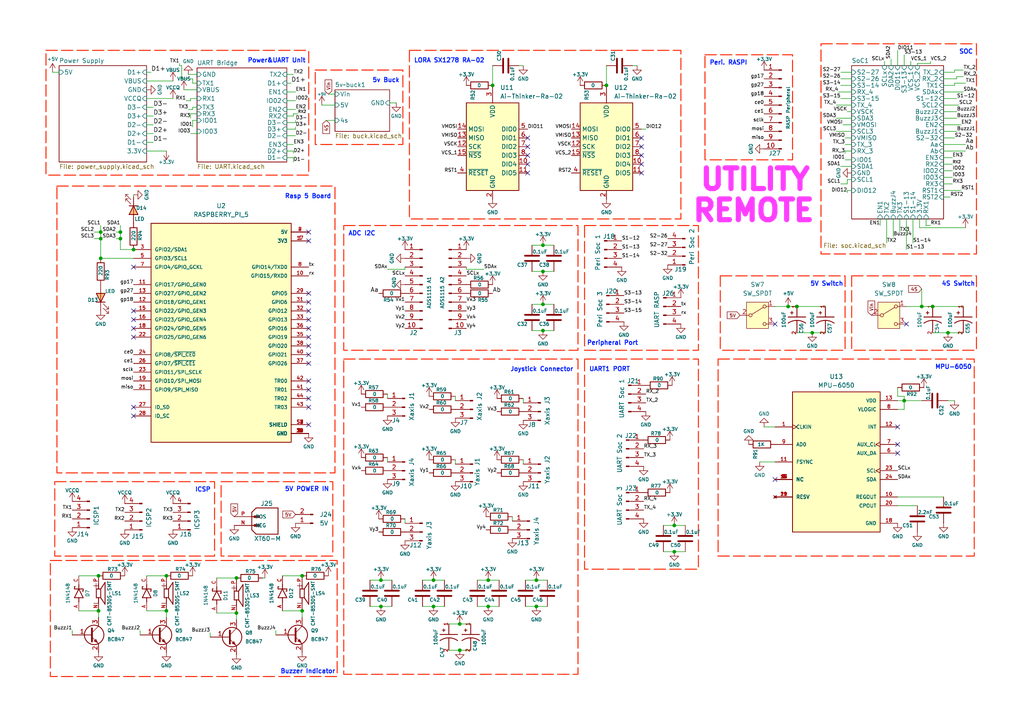
<source format=kicad_sch>
(kicad_sch (version 20230121) (generator eeschema)
  (paper "A4")
  (title_block (title "Remote_V2") (date "2024-11-27") (rev "V2") (company "Dharma_RoboFest"))
  (junction (at 87.63 177.165))
  (junction (at 38.735 72.39))
  (junction (at 29.21 69.215))
  (junction (at 195.58 152.4))
  (junction (at 195.58 160.02))
  (junction (at 48.26 167.005))
  (junction (at 157.48 78.74))
  (junction (at 48.26 177.165))
  (junction (at 274.955 96.52))
  (junction (at 110.49 168.275))
  (junction (at 110.49 175.895))
  (junction (at 125.73 168.275))
  (junction (at 262.255 116.205))
  (junction (at 29.21 74.93))
  (junction (at 125.73 175.895))
  (junction (at 231.14 88.9))
  (junction (at 267.335 88.9))
  (junction (at 142.875 24.765))
  (junction (at 141.605 175.895))
  (junction (at 155.575 168.275))
  (junction (at 157.48 71.12))
  (junction (at 157.48 88.265))
  (junction (at 270.51 88.9))
  (junction (at 68.58 177.8))
  (junction (at 157.48 95.885))
  (junction (at 28.575 167.005))
  (junction (at 68.58 167.64))
  (junction (at 28.575 177.165))
  (junction (at 141.605 168.275))
  (junction (at 133.35 188.595))
  (junction (at 155.575 175.895))
  (junction (at 34.925 67.31))
  (junction (at 175.895 24.765))
  (junction (at 87.63 167.005))
  (junction (at 34.925 69.215))
  (junction (at 228.6 88.9))
  (junction (at 133.35 180.975))
  (junction (at 29.21 67.31))
  (junction (at 235.585 96.52))
  (no_connect (at 260.35 123.825))
  (no_connect (at 260.35 128.905))
  (no_connect (at 89.535 69.85))
  (no_connect (at 153.035 50.165))
  (no_connect (at 89.535 123.19))
  (no_connect (at 89.535 118.11))
  (no_connect (at 186.055 40.005))
  (no_connect (at 89.535 100.33))
  (no_connect (at 89.535 113.03))
  (no_connect (at 186.055 47.625))
  (no_connect (at 153.035 42.545))
  (no_connect (at 186.055 50.165))
  (no_connect (at 89.535 102.87))
  (no_connect (at 153.035 45.085))
  (no_connect (at 38.735 77.47))
  (no_connect (at 89.535 97.79))
  (no_connect (at 89.535 95.25))
  (no_connect (at 38.735 95.25))
  (no_connect (at 224.79 139.065))
  (no_connect (at 260.35 131.445))
  (no_connect (at 38.735 90.17))
  (no_connect (at 153.035 47.625))
  (no_connect (at 89.535 105.41))
  (no_connect (at 224.79 93.98))
  (no_connect (at 186.055 45.085))
  (no_connect (at 38.735 120.65))
  (no_connect (at 186.055 42.545))
  (no_connect (at 38.735 97.79))
  (no_connect (at 89.535 90.17))
  (no_connect (at 38.735 92.71))
  (no_connect (at 89.535 92.71))
  (no_connect (at 89.535 115.57))
  (no_connect (at 153.035 40.005))
  (no_connect (at 38.735 118.11))
  (no_connect (at 89.535 110.49))
  (no_connect (at 89.535 85.09))
  (no_connect (at 262.89 93.98))
  (no_connect (at 89.535 67.31))
  (no_connect (at 89.535 87.63))
  (wire (pts (xy 262.255 116.205) (xy 262.255 114.935)))
  (wire (pts (xy 55.245 28.575) (xy 57.15 28.575)))
  (wire (pts (xy 256.54 17.78) (xy 256.54 19.05)))
  (wire (pts (xy 112.395 132.715) (xy 112.395 133.985)))
  (wire (pts (xy 140.335 78.105) (xy 135.255 78.105)))
  (wire (pts (xy 242.57 38.1) (xy 247.015 38.1)))
  (wire (pts (xy 235.585 96.52) (xy 239.395 96.52)))
  (wire (pts (xy 42.545 28.575) (xy 50.165 28.575)))
  (wire (pts (xy 273.685 38.1) (xy 277.495 38.1)))
  (wire (pts (xy 151.765 115.57) (xy 151.765 116.84)))
  (wire (pts (xy 273.685 26.67) (xy 279.4 26.67)))
  (wire (pts (xy 260.35 144.145) (xy 273.685 144.145)))
  (wire (pts (xy 242.57 30.48) (xy 247.015 30.48)))
  (wire (pts (xy 83.185 43.815) (xy 85.09 43.815)))
  (wire (pts (xy 38.735 56.515) (xy 38.735 57.15)))
  (wire (pts (xy 157.48 78.74) (xy 160.655 78.74)))
  (wire (pts (xy 228.6 88.9) (xy 231.14 88.9)))
  (wire (pts (xy 93.345 30.48) (xy 97.155 30.48)))
  (wire (pts (xy 85.09 45.72) (xy 85.09 46.99)))
  (wire (pts (xy 42.545 167.005) (xy 48.26 167.005)))
  (wire (pts (xy 260.35 146.685) (xy 266.065 146.685)))
  (wire (pts (xy 273.685 40.005) (xy 276.86 40.005)))
  (wire (pts (xy 85.725 35.56) (xy 85.725 34.925)))
  (wire (pts (xy 220.345 133.985) (xy 224.79 133.985)))
  (wire (pts (xy 257.175 63.5) (xy 257.175 70.485)))
  (wire (pts (xy 175.895 19.05) (xy 175.895 24.765)))
  (wire (pts (xy 54.61 31.75) (xy 55.88 31.75)))
  (wire (pts (xy 138.43 168.275) (xy 141.605 168.275)))
  (wire (pts (xy 107.315 175.895) (xy 110.49 175.895)))
  (wire (pts (xy 55.88 31.75) (xy 55.88 31.115)))
  (wire (pts (xy 40.64 182.88) (xy 40.64 184.15)))
  (wire (pts (xy 20.955 182.88) (xy 20.955 184.15)))
  (wire (pts (xy 151.765 133.35) (xy 151.765 134.62)))
  (wire (pts (xy 148.59 149.86) (xy 148.59 151.13)))
  (wire (pts (xy 243.84 28.575) (xy 247.015 28.575)))
  (wire (pts (xy 258.445 17.145) (xy 258.445 19.05)))
  (wire (pts (xy 132.08 114.935) (xy 132.08 116.205)))
  (wire (pts (xy 83.185 45.72) (xy 85.09 45.72)))
  (wire (pts (xy 62.865 167.64) (xy 68.58 167.64)))
  (wire (pts (xy 107.315 168.275) (xy 110.49 168.275)))
  (wire (pts (xy 48.26 177.165) (xy 48.26 179.07)))
  (wire (pts (xy 269.875 18.415) (xy 266.065 18.415)))
  (wire (pts (xy 83.185 37.465) (xy 85.725 37.465)))
  (wire (pts (xy 154.305 71.12) (xy 157.48 71.12)))
  (wire (pts (xy 42.545 177.165) (xy 48.26 177.165)))
  (wire (pts (xy 152.4 168.275) (xy 155.575 168.275)))
  (wire (pts (xy 42.545 43.815) (xy 48.26 43.815)))
  (wire (pts (xy 243.84 22.86) (xy 247.015 22.86)))
  (wire (pts (xy 273.685 49.53) (xy 276.225 49.53)))
  (wire (pts (xy 85.725 37.465) (xy 85.725 36.83)))
  (wire (pts (xy 273.685 55.245) (xy 278.765 55.245)))
  (wire (pts (xy 154.305 88.265) (xy 157.48 88.265)))
  (wire (pts (xy 112.395 114.3) (xy 112.395 115.57)))
  (wire (pts (xy 244.475 36.195) (xy 247.015 36.195)))
  (wire (pts (xy 54.61 21.59) (xy 57.15 21.59)))
  (wire (pts (xy 255.27 63.5) (xy 255.27 65.405)))
  (wire (pts (xy 83.185 21.59) (xy 85.09 21.59)))
  (wire (pts (xy 55.245 33.02) (xy 57.15 33.02)))
  (wire (pts (xy 267.335 83.82) (xy 267.335 88.9)))
  (wire (pts (xy 27.305 69.215) (xy 29.21 69.215)))
  (wire (pts (xy 122.555 168.275) (xy 125.73 168.275)))
  (wire (pts (xy 266.7 63.5) (xy 266.7 66.04)))
  (wire (pts (xy 55.88 22.86) (xy 55.88 24.13)))
  (wire (pts (xy 262.89 63.5) (xy 262.89 72.39)))
  (wire (pts (xy 266.065 18.415) (xy 266.065 19.05)))
  (wire (pts (xy 273.685 36.195) (xy 278.765 36.195)))
  (wire (pts (xy 273.685 34.29) (xy 277.495 34.29)))
  (wire (pts (xy 34.925 69.215) (xy 34.925 72.39)))
  (wire (pts (xy 224.79 88.9) (xy 228.6 88.9)))
  (wire (pts (xy 95.25 27.305) (xy 97.155 27.305)))
  (wire (pts (xy 273.685 43.815) (xy 280.035 43.815)))
  (wire (pts (xy 57.15 38.735) (xy 57.15 38.1)))
  (wire (pts (xy 231.14 88.9) (xy 239.395 88.9)))
  (wire (pts (xy 259.08 63.5) (xy 259.08 68.58)))
  (wire (pts (xy 273.685 57.15) (xy 275.59 57.15)))
  (wire (pts (xy 125.73 175.895) (xy 128.905 175.895)))
  (wire (pts (xy 117.475 150.495) (xy 117.475 151.765)))
  (wire (pts (xy 83.185 33.655) (xy 85.09 33.655)))
  (wire (pts (xy 245.11 40.005) (xy 247.015 40.005)))
  (wire (pts (xy 266.7 66.04) (xy 280.035 66.04)))
  (wire (pts (xy 28.575 177.165) (xy 28.575 179.07)))
  (wire (pts (xy 262.255 118.745) (xy 262.255 116.205)))
  (wire (pts (xy 157.48 95.885) (xy 160.655 95.885)))
  (wire (pts (xy 192.405 152.4) (xy 195.58 152.4)))
  (wire (pts (xy 52.07 18.415) (xy 52.07 19.05)))
  (wire (pts (xy 62.865 177.8) (xy 68.58 177.8)))
  (wire (pts (xy 113.03 29.845) (xy 114.935 29.845)))
  (wire (pts (xy 83.185 39.37) (xy 85.725 39.37)))
  (wire (pts (xy 245.745 32.385) (xy 247.015 32.385)))
  (wire (pts (xy 42.545 23.495) (xy 50.165 23.495)))
  (wire (pts (xy 60.96 183.515) (xy 60.96 184.785)))
  (wire (pts (xy 260.35 116.205) (xy 262.255 116.205)))
  (wire (pts (xy 192.405 160.02) (xy 195.58 160.02)))
  (wire (pts (xy 187.325 37.465) (xy 186.055 37.465)))
  (wire (pts (xy 117.475 78.105) (xy 117.475 77.47)))
  (wire (pts (xy 273.685 22.86) (xy 277.495 22.86)))
  (wire (pts (xy 83.185 41.91) (xy 85.09 41.91)))
  (wire (pts (xy 245.745 55.245) (xy 245.745 55.88)))
  (wire (pts (xy 273.685 28.575) (xy 277.495 28.575)))
  (wire (pts (xy 245.745 53.34) (xy 245.745 52.07)))
  (wire (pts (xy 273.685 47.625) (xy 276.225 47.625)))
  (wire (pts (xy 142.875 19.05) (xy 142.875 24.765)))
  (wire (pts (xy 264.795 63.5) (xy 264.795 70.485)))
  (wire (pts (xy 273.685 53.34) (xy 276.225 53.34)))
  (wire (pts (xy 122.555 175.895) (xy 125.73 175.895)))
  (wire (pts (xy 264.16 17.78) (xy 264.16 19.05)))
  (wire (pts (xy 81.915 167.005) (xy 87.63 167.005)))
  (wire (pts (xy 42.545 33.655) (xy 44.45 33.655)))
  (wire (pts (xy 245.11 41.91) (xy 247.015 41.91)))
  (wire (pts (xy 85.09 43.815) (xy 85.09 44.45)))
  (wire (pts (xy 33.655 69.215) (xy 34.925 69.215)))
  (wire (pts (xy 274.955 116.205) (xy 276.86 116.205)))
  (wire (pts (xy 157.48 88.265) (xy 160.655 88.265)))
  (wire (pts (xy 242.57 34.29) (xy 247.015 34.29)))
  (wire (pts (xy 34.925 72.39) (xy 38.735 72.39)))
  (wire (pts (xy 110.49 168.275) (xy 113.665 168.275)))
  (wire (pts (xy 245.11 46.355) (xy 247.015 46.355)))
  (wire (pts (xy 245.745 52.07) (xy 247.015 52.07)))
  (wire (pts (xy 112.395 78.105) (xy 117.475 78.105)))
  (wire (pts (xy 52.705 22.86) (xy 55.88 22.86)))
  (wire (pts (xy 22.86 177.165) (xy 28.575 177.165)))
  (wire (pts (xy 52.07 19.05) (xy 52.705 19.05)))
  (wire (pts (xy 42.545 41.275) (xy 44.45 41.275)))
  (wire (pts (xy 83.185 35.56) (xy 85.725 35.56)))
  (wire (pts (xy 276.86 24.765) (xy 276.86 24.13)))
  (wire (pts (xy 34.925 65.405) (xy 34.925 67.31)))
  (wire (pts (xy 135.255 78.105) (xy 135.255 77.47)))
  (wire (pts (xy 133.35 180.975) (xy 136.525 180.975)))
  (wire (pts (xy 277.495 22.86) (xy 277.495 22.225)))
  (wire (pts (xy 274.955 96.52) (xy 279.4 96.52)))
  (wire (pts (xy 273.685 45.72) (xy 276.225 45.72)))
  (wire (pts (xy 81.915 177.165) (xy 87.63 177.165)))
  (wire (pts (xy 195.58 152.4) (xy 198.755 152.4)))
  (wire (pts (xy 273.685 51.435) (xy 276.225 51.435)))
  (wire (pts (xy 53.34 26.035) (xy 57.15 26.035)))
  (wire (pts (xy 85.09 33.02) (xy 86.36 33.02)))
  (wire (pts (xy 83.185 31.75) (xy 85.725 31.75)))
  (wire (pts (xy 276.86 24.13) (xy 280.035 24.13)))
  (wire (pts (xy 260.35 114.935) (xy 260.35 112.395)))
  (wire (pts (xy 243.84 20.955) (xy 247.015 20.955)))
  (wire (pts (xy 221.615 123.825) (xy 224.79 123.825)))
  (wire (pts (xy 277.495 22.225) (xy 279.4 22.225)))
  (wire (pts (xy 276.86 20.955) (xy 276.86 20.32)))
  (wire (pts (xy 68.58 177.8) (xy 68.58 179.705)))
  (wire (pts (xy 138.43 175.895) (xy 141.605 175.895)))
  (wire (pts (xy 243.84 53.34) (xy 245.745 53.34)))
  (wire (pts (xy 155.575 175.895) (xy 158.75 175.895)))
  (wire (pts (xy 83.185 24.13) (xy 84.455 24.13)))
  (wire (pts (xy 29.21 65.405) (xy 29.21 67.31)))
  (wire (pts (xy 33.655 67.31) (xy 34.925 67.31)))
  (wire (pts (xy 42.545 31.115) (xy 44.45 31.115)))
  (wire (pts (xy 29.21 69.215) (xy 29.21 74.93)))
  (wire (pts (xy 267.335 88.9) (xy 270.51 88.9)))
  (wire (pts (xy 83.185 29.21) (xy 85.725 29.21)))
  (wire (pts (xy 38.735 74.93) (xy 29.21 74.93)))
  (wire (pts (xy 42.545 38.735) (xy 44.45 38.735)))
  (wire (pts (xy 83.185 26.67) (xy 85.725 26.67)))
  (wire (pts (xy 262.255 114.935) (xy 260.35 114.935)))
  (wire (pts (xy 245.11 43.815) (xy 245.11 44.45)))
  (wire (pts (xy 247.015 43.815) (xy 245.11 43.815)))
  (wire (pts (xy 94.615 34.925) (xy 97.155 34.925)))
  (wire (pts (xy 141.605 168.275) (xy 144.78 168.275)))
  (wire (pts (xy 157.48 71.12) (xy 160.655 71.12)))
  (wire (pts (xy 247.015 55.245) (xy 245.745 55.245)))
  (wire (pts (xy 34.925 67.31) (xy 34.925 69.215)))
  (wire (pts (xy 183.515 19.05) (xy 184.785 19.05)))
  (wire (pts (xy 273.685 41.91) (xy 280.035 41.91)))
  (wire (pts (xy 29.21 67.31) (xy 29.21 69.215)))
  (wire (pts (xy 125.73 168.275) (xy 128.905 168.275)))
  (wire (pts (xy 150.495 19.05) (xy 151.765 19.05)))
  (wire (pts (xy 55.88 24.13) (xy 57.15 24.13)))
  (wire (pts (xy 85.09 33.655) (xy 85.09 33.02)))
  (wire (pts (xy 132.08 133.35) (xy 132.08 134.62)))
  (wire (pts (xy 273.685 32.385) (xy 277.495 32.385)))
  (wire (pts (xy 268.605 63.5) (xy 268.605 65.405)))
  (wire (pts (xy 15.24 20.955) (xy 17.145 20.955)))
  (wire (pts (xy 154.305 78.74) (xy 157.48 78.74)))
  (wire (pts (xy 273.685 20.955) (xy 276.86 20.955)))
  (wire (pts (xy 270.51 88.9) (xy 279.4 88.9)))
  (wire (pts (xy 110.49 175.895) (xy 113.665 175.895)))
  (wire (pts (xy 42.545 20.955) (xy 43.815 20.955)))
  (wire (pts (xy 152.4 175.895) (xy 155.575 175.895)))
  (wire (pts (xy 55.88 34.925) (xy 57.15 34.925)))
  (wire (pts (xy 55.245 38.735) (xy 57.15 38.735)))
  (wire (pts (xy 27.305 67.31) (xy 29.21 67.31)))
  (wire (pts (xy 55.245 29.21) (xy 55.245 28.575)))
  (wire (pts (xy 53.975 29.21) (xy 55.245 29.21)))
  (wire (pts (xy 55.245 34.29) (xy 55.245 33.02)))
  (wire (pts (xy 268.605 65.405) (xy 269.875 65.405)))
  (wire (pts (xy 22.86 167.005) (xy 28.575 167.005)))
  (wire (pts (xy 273.685 24.765) (xy 276.86 24.765)))
  (wire (pts (xy 55.88 31.115) (xy 57.15 31.115)))
  (wire (pts (xy 133.35 188.595) (xy 136.525 188.595)))
  (wire (pts (xy 269.875 17.78) (xy 269.875 18.415)))
  (wire (pts (xy 231.14 96.52) (xy 235.585 96.52)))
  (wire (pts (xy 273.685 30.48) (xy 278.13 30.48)))
  (wire (pts (xy 154.305 95.885) (xy 157.48 95.885)))
  (wire (pts (xy 276.86 20.32) (xy 279.4 20.32)))
  (wire (pts (xy 262.255 15.875) (xy 262.255 19.05)))
  (wire (pts (xy 260.35 14.605) (xy 260.35 19.05)))
  (wire (pts (xy 42.545 36.195) (xy 44.45 36.195)))
  (wire (pts (xy 130.175 180.975) (xy 133.35 180.975)))
  (wire (pts (xy 260.985 63.5) (xy 260.985 67.31)))
  (wire (pts (xy 262.89 88.9) (xy 267.335 88.9)))
  (wire (pts (xy 130.175 188.595) (xy 133.35 188.595)))
  (wire (pts (xy 87.63 177.165) (xy 87.63 179.07)))
  (wire (pts (xy 80.01 182.88) (xy 80.01 184.15)))
  (wire (pts (xy 243.84 48.26) (xy 247.015 48.26)))
  (wire (pts (xy 141.605 175.895) (xy 144.78 175.895)))
  (wire (pts (xy 260.35 118.745) (xy 262.255 118.745)))
  (wire (pts (xy 270.51 96.52) (xy 274.955 96.52)))
  (wire (pts (xy 267.335 116.205) (xy 262.255 116.205)))
  (wire (pts (xy 76.2 167.64) (xy 76.835 167.64)))
  (wire (pts (xy 52.705 19.05) (xy 52.705 22.86)))
  (wire (pts (xy 243.84 24.765) (xy 247.015 24.765)))
  (wire (pts (xy 243.205 26.67) (xy 247.015 26.67)))
  (wire (pts (xy 195.58 160.02) (xy 198.755 160.02)))
  (wire (pts (xy 55.88 36.83) (xy 55.88 34.925)))
  (wire (pts (xy 155.575 168.275) (xy 158.75 168.275)))
  (rectangle (start 208.28 104.14) (end 282.575 161.29) (stroke (width 0.3) (type dash) (color 255 44 9 1)))
  (rectangle (start 208.915 80.01) (end 245.11 101.6) (stroke (width 0.3) (type dash) (color 255 44 9 1)))
  (rectangle (start 16.51 53.975) (end 97.155 137.16) (stroke (width 0.3) (type dash) (color 255 44 9 1)))
  (rectangle (start 13.335 14.605) (end 89.535 50.8) (stroke (width 0.3) (type dash) (color 255 44 9 1)))
  (rectangle (start 169.545 104.14) (end 202.565 165.1) (stroke (width 0.3) (type dash) (color 255 44 9 1)))
  (rectangle (start 14.605 162.56) (end 97.79 196.215) (stroke (width 0.3) (type dash) (color 255 44 9 1)))
  (rectangle (start 15.875 139.7) (end 62.23 161.29) (stroke (width 0.3) (type dash) (color 255 44 9 1)))
  (rectangle (start 238.125 12.7) (end 283.21 73.66) (stroke (width 0.3) (type dash) (color 255 44 9 1)))
  (rectangle (start 64.135 139.7) (end 96.52 161.29) (stroke (width 0.3) (type dash) (color 255 44 9 1)))
  (rectangle (start 99.695 104.14) (end 167.64 195.58) (stroke (width 0.3) (type dash) (color 255 44 9 1)))
  (rectangle (start 204.47 15.875) (end 229.87 46.355) (stroke (width 0.3) (type dash) (color 255 44 9 1)))
  (rectangle (start 169.545 65.405) (end 202.565 101.6) (stroke (width 0.3) (type dash) (color 255 44 9 1)))
  (rectangle (start 247.015 80.01) (end 283.21 101.6) (stroke (width 0.3) (type dash) (color 255 44 9 1)))
  (rectangle (start 99.695 65.405) (end 167.64 101.6) (stroke (width 0.3) (type dash) (color 255 44 9 1)))
  (rectangle (start 91.44 20.32) (end 116.84 41.91) (stroke (width 0.3) (type dash) (color 255 44 9 1)))
  (rectangle (start 118.745 14.605) (end 197.485 63.5) (stroke (width 0.3) (type dash) (color 255 44 9 1)))
  (text "UTILITY\n\n" (at 235.585 65.405 0) (effects (font (size 6 6) (thickness 1.6) bold) (justify right bottom)))
  (text "UART1 PORT\n" (at 170.815 107.95 0) (effects (font (size 1.27 1.27) bold) (justify left bottom)))
  (text "Joystick Connector\n" (at 147.955 107.95 0) (effects (font (size 1.27 1.27) bold) (justify left bottom)))
  (text "Rasp 5 Board" (at 82.55 57.785 0) (effects (font (size 1.27 1.27) bold) (justify left bottom)))
  (text "Peri. RASPI\n" (at 205.74 19.05 0) (effects (font (size 1.27 1.27) bold) (justify left bottom)))
  (text "Power&UART Unit\n" (at 71.755 18.415 0) (effects (font (size 1.27 1.27) bold) (justify left bottom)))
  (text "LORA SX1278 RA-02\n" (at 120.015 18.415 0) (effects (font (size 1.27 1.27) bold) (justify left bottom)))
  (text "MPU-6050\n" (at 271.145 107.315 0) (effects (font (size 1.27 1.27) bold) (justify left bottom)))
  (text "5V Switch" (at 234.95 83.185 0) (effects (font (size 1.27 1.27) bold) (justify left bottom)))
  (text "5V POWER IN\n\n" (at 82.55 144.78 0) (effects (font (size 1.27 1.27) bold) (justify left bottom)))
  (text "\nREMOTE\n" (at 236.855 64.77 0) (effects (font (size 6 6) (thickness 1.6) bold) (justify right bottom)))
  (text "ICSP\n" (at 56.515 142.875 0) (effects (font (size 1.27 1.27) bold) (justify left bottom)))
  (text "4S Switch\n" (at 273.05 83.185 0) (effects (font (size 1.27 1.27) bold) (justify left bottom)))
  (text "SOC\n" (at 278.13 15.875 0) (effects (font (size 1.27 1.27) bold) (justify left bottom)))
  (text "Peripheral Port\n" (at 170.18 100.33 0) (effects (font (size 1.27 1.27) bold) (justify left bottom)))
  (text "5v Buck" (at 107.95 24.13 0) (effects (font (size 1.27 1.27) bold) (justify left bottom)))
  (text "Buzzer Indicator\n" (at 81.28 195.58 0) (effects (font (size 1.27 1.27) bold) (justify left bottom)))
  (text "ADC I2C\n" (at 100.965 68.58 0) (effects (font (size 1.27 1.27) bold) (justify left bottom)))
  (label "D1+" (at 84.455 24.13 0))
  (label "RX3" (at 276.225 53.34 0) (effects (font (size 1 1))))
  (label "D2-" (at 85.725 39.37 0) (effects (font (size 1 1))))
  (label "miso" (at 38.735 113.03 180) (effects (font (size 1 1))))
  (label "DIO12" (at 245.745 55.88 180) (effects (font (size 1 1))))
  (label "Vx3" (at 135.255 87.63 0) (effects (font (size 1 1))))
  (label "IO01" (at 55.88 36.83 180) (effects (font (size 1 1))))
  (label "gp27" (at 38.735 85.09 180) (effects (font (size 1 1))))
  (label "S3-14" (at 243.84 24.765 180) (effects (font (size 1 1))))
  (label "BuzzJ4" (at 80.01 182.88 180) (effects (font (size 1 1))))
  (label "Aa" (at 280.035 41.91 0))
  (label "ce0" (at 221.615 30.48 180) (effects (font (size 1 1))))
  (label "S2-27" (at 243.84 20.955 180) (effects (font (size 1 1))))
  (label "ce1" (at 221.615 33.02 180) (effects (font (size 1 1))))
  (label "RX3" (at 55.245 34.29 180) (effects (font (size 1 1))))
  (label "S3-14" (at 180.975 88.265 0) (effects (font (size 1 1))))
  (label "SCLx" (at 256.54 17.78 180) (effects (font (size 1 1))))
  (label "BuzzJ4" (at 259.08 68.58 0) (effects (font (size 1 1))))
  (label "S1-14" (at 180.34 74.93 0) (effects (font (size 1 1))))
  (label "DIO11" (at 153.035 37.465 0) (effects (font (size 1 1))))
  (label "SDAx" (at 140.335 78.105 0) (effects (font (size 1 1))))
  (label "SDA2" (at 33.655 67.31 180) (effects (font (size 1 1))))
  (label "D1-" (at 85.09 46.99 0) (effects (font (size 1 1))))
  (label "SCL3" (at 242.57 38.1 180) (effects (font (size 1 1))))
  (label "Vy1" (at 117.475 90.17 180) (effects (font (size 1 1))))
  (label "S2-27" (at 193.675 71.755 180) (effects (font (size 1 1))))
  (label "RX1" (at 20.955 150.495 180) (effects (font (size 1 1))))
  (label "Vy2" (at 117.475 95.25 180) (effects (font (size 1 1))))
  (label "S3-13" (at 180.975 85.725 0) (effects (font (size 1 1))))
  (label "RX2" (at 36.195 151.13 180) (effects (font (size 1 1))))
  (label "Vx4" (at 104.775 136.525 180) (effects (font (size 1 1))))
  (label "RX_4" (at 186.69 145.415 0) (effects (font (size 1 1))))
  (label "sclk" (at 221.615 35.56 180) (effects (font (size 1 1))))
  (label "RX_3" (at 245.11 44.45 180) (effects (font (size 1 1))))
  (label "S1-14" (at 264.795 70.485 0) (effects (font (size 1 1))))
  (label "RX2" (at 86.36 33.02 0) (effects (font (size 0.8 0.8))))
  (label "gp17" (at 38.735 82.55 180) (effects (font (size 1 1))))
  (label "S2-32" (at 193.675 74.295 180) (effects (font (size 1 1))))
  (label "TX1" (at 52.07 18.415 180) (effects (font (size 1 1))))
  (label "RX_4" (at 243.205 26.67 180) (effects (font (size 1 1))))
  (label "SDAx" (at 112.395 78.105 180) (effects (font (size 1 1))))
  (label "RST1" (at 278.765 55.245 0) (effects (font (size 1 1))))
  (label "miso" (at 221.615 40.64 180) (effects (font (size 1 1))))
  (label "SCLx" (at 260.35 136.525 0) (effects (font (size 1 1))))
  (label "Vy3" (at 135.255 90.17 0) (effects (font (size 1 1))))
  (label "SDA2" (at 258.445 17.145 90) (effects (font (size 1 1))))
  (label "TX2" (at 36.195 148.59 180) (effects (font (size 1 1))))
  (label "S1-13" (at 262.89 72.39 0) (effects (font (size 1 1))))
  (label "sclk" (at 38.735 107.95 180) (effects (font (size 1 1))))
  (label "S3-15" (at 243.84 28.575 180) (effects (font (size 1 1))))
  (label "SCLx" (at 135.255 80.01 0) (effects (font (size 1 1))))
  (label "TX_2" (at 279.4 20.32 0) (effects (font (size 1 1))))
  (label "D1+" (at 43.815 20.955 0))
  (label "SCL2" (at 278.13 30.48 0) (effects (font (size 1 1))))
  (label "BuzzJ2" (at 277.495 32.385 0) (effects (font (size 1 1))))
  (label "S3-13" (at 262.255 15.875 0) (effects (font (size 1 1))))
  (label "BuzzJ1" (at 20.955 182.88 180) (effects (font (size 1 1))))
  (label "BuzzJ2" (at 40.64 182.88 180) (effects (font (size 1 1))))
  (label "D1-" (at 44.45 41.275 0))
  (label "S2-26" (at 243.84 22.86 180) (effects (font (size 1 1))))
  (label "VMISO" (at 132.715 40.005 180) (effects (font (size 1 1))))
  (label "RX1" (at 269.875 65.405 0) (effects (font (size 1 1))))
  (label "EN1" (at 85.725 26.67 0) (effects (font (size 1 1))))
  (label "Vy4" (at 135.255 95.25 0) (effects (font (size 1 1))))
  (label "RX_3" (at 186.69 130.175 0) (effects (font (size 1 1))))
  (label "TX2" (at 257.175 70.485 0) (effects (font (size 1 1))))
  (label "rx" (at 89.535 80.01 0) (effects (font (size 1 1))))
  (label "SDA3" (at 242.57 34.29 180) (effects (font (size 1 1))))
  (label "SDAx" (at 260.35 139.065 0) (effects (font (size 1 1))))
  (label "RX_2" (at 279.4 22.225 0) (effects (font (size 1 1))))
  (label "D3-" (at 44.45 31.115 0))
  (label "VMOSI" (at 165.735 37.465 180) (effects (font (size 1 1))))
  (label "gp17" (at 221.615 22.86 180) (effects (font (size 1 1))))
  (label "TX_3" (at 245.11 41.91 180) (effects (font (size 1 1))))
  (label "TX3" (at 50.165 148.59 180) (effects (font (size 1 1))))
  (label "Ab" (at 280.035 43.815 0))
  (label "TX3" (at 260.985 67.31 0) (effects (font (size 1 1))))
  (label "S2-26" (at 193.675 69.215 180) (effects (font (size 1 1))))
  (label "S2-32" (at 276.86 40.005 0) (effects (font (size 1 1))))
  (label "mosi" (at 38.735 110.49 180) (effects (font (size 1 1))))
  (label "TX_2" (at 187.325 116.84 0) (effects (font (size 1 1))))
  (label "Vy3" (at 109.855 154.305 180) (effects (font (size 1 1))))
  (label "SCLx" (at 117.475 80.01 180) (effects (font (size 1 1))))
  (label "ce1" (at 38.735 105.41 180) (effects (font (size 1 1))))
  (label "TX1" (at 20.955 147.955 180) (effects (font (size 1 1))))
  (label "D2-" (at 44.45 36.195 0))
  (label "EN3" (at 276.225 45.72 0) (effects (font (size 1 1))))
  (label "D2+" (at 44.45 38.735 0))
  (label "gp18" (at 221.615 27.94 180) (effects (font (size 1 1))))
  (label "ce0" (at 38.735 102.87 180) (effects (font (size 1 1))))
  (label "SDA1" (at 34.925 65.405 180) (effects (font (size 1 1))))
  (label "tx" (at 197.485 88.9 0) (effects (font (size 1 1))))
  (label "Vx2" (at 117.475 92.71 180) (effects (font (size 1 1))))
  (label "TX_4" (at 242.57 30.48 180) (effects (font (size 1 1))))
  (label "tx" (at 89.535 77.47 0) (effects (font (size 1 1))))
  (label "Vx2" (at 124.46 118.745 180) (effects (font (size 1 1))))
  (label "Vy4" (at 140.97 153.67 180) (effects (font (size 1 1))))
  (label "EN3" (at 85.09 41.91 0) (effects (font (size 1 1))))
  (label "SDA3" (at 33.655 69.215 180) (effects (font (size 1 1))))
  (label "D3+" (at 85.725 36.83 0) (effects (font (size 1 1))))
  (label "Vy2" (at 144.145 137.16 180) (effects (font (size 1 1))))
  (label "SCL3" (at 27.305 69.215 180) (effects (font (size 1 1))))
  (label "VMOSI" (at 244.475 36.195 180) (effects (font (size 1 1))))
  (label "VMOSI" (at 132.715 37.465 180) (effects (font (size 1 1))))
  (label "EN2" (at 85.725 31.75 0) (effects (font (size 1 1))))
  (label "IO02" (at 276.225 49.53 0) (effects (font (size 1 1))))
  (label "S3-15" (at 180.975 90.805 0) (effects (font (size 1 1))))
  (label "D3-" (at 85.725 34.925 0) (effects (font (size 1 1))))
  (label "VCS_2" (at 269.875 17.78 0) (effects (font (size 1 1))))
  (label "RX2" (at 276.225 47.625 0) (effects (font (size 0.8 0.8))))
  (label "RST1" (at 132.715 50.165 180) (effects (font (size 1 1))))
  (label "VMISO" (at 245.11 40.005 180) (effects (font (size 1 1))))
  (label "rx" (at 197.485 91.44 0) (effects (font (size 1 1))))
  (label "VSCK" (at 245.745 32.385 180) (effects (font (size 1 1))))
  (label "Vx3" (at 144.145 119.38 180) (effects (font (size 1 1))))
  (label "RST2" (at 275.59 57.15 0) (effects (font (size 1 1))))
  (label "Aa" (at 109.855 85.09 180))
  (label "BuzzJ3" (at 277.495 34.29 0) (effects (font (size 1 1))))
  (label "D2+" (at 85.09 44.45 0) (effects (font (size 1 1))))
  (label "RX_2" (at 187.325 114.3 0) (effects (font (size 1 1))))
  (label "TX_4" (at 186.69 147.955 0) (effects (font (size 1 1))))
  (label "IO03" (at 276.225 51.435 0) (effects (font (size 1 1))))
  (label "EN2" (at 278.765 36.195 0) (effects (font (size 1 1))))
  (label "S1-12" (at 180.34 69.85 0) (effects (font (size 1 1))))
  (label "S1-13" (at 180.34 72.39 0) (effects (font (size 1 1))))
  (label "VSCK" (at 165.735 42.545 180) (effects (font (size 1 1))))
  (label "VCS_2" (at 165.735 45.085 180) (effects (font (size 1 1))))
  (label "SDA1" (at 243.84 48.26 180) (effects (font (size 1 1))))
  (label "IO01" (at 245.11 46.355 180) (effects (font (size 1 1))))
  (label "VCS_1" (at 132.715 45.085 180) (effects (font (size 1 1))))
  (label "RX1" (at 53.975 29.21 180) (effects (font (size 1 1))))
  (label "EN1" (at 255.27 65.405 180) (effects (font (size 1 1))))
  (label "D3+" (at 44.45 33.655 0))
  (label "SDAx" (at 279.4 26.67 0) (effects (font (size 1 1))))
  (label "DIO12" (at 187.325 37.465 0) (effects (font (size 1 1))))
  (label "Ab" (at 142.875 85.09 0))
  (label "DIO11" (at 260.35 14.605 0) (effects (font (size 1 1))))
  (label "SCL2" (at 27.305 67.31 180) (effects (font (size 1 1))))
  (label "gp27" (at 221.615 25.4 180) (effects (font (size 1 1))))
  (label "VCS_1" (at 264.16 17.78 0) (effects (font (size 1 1))))
  (label "Vx4" (at 135.255 92.71 0) (effects (font (size 1 1))))
  (label "Vx1" (at 117.475 87.63 180) (effects (font (size 1 1))))
  (label "RST2" (at 165.735 50.165 180) (effects (font (size 1 1))))
  (label "TX2" (at 85.09 21.59 0) (effects (font (size 1 1))))
  (label "IO02" (at 85.725 29.21 0) (effects (font (size 1 1))))
  (label "VSCK" (at 132.715 42.545 180) (effects (font (size 1 1))))
  (label "RX3" (at 50.165 151.13 180) (effects (font (size 1 1))))
  (label "SCL1" (at 243.84 53.34 180) (effects (font (size 1 1))))
  (label "SCL1" (at 29.21 65.405 180) (effects (font (size 1 1))))
  (label "S1-12" (at 277.495 28.575 0) (effects (font (size 1 1))))
  (label "BuzzJ3" (at 60.96 183.515 180) (effects (font (size 1 1))))
  (label "BuzzJ1" (at 277.495 38.1 0) (effects (font (size 1 1))))
  (label "gp18" (at 38.735 87.63 180) (effects (font (size 1 1))))
  (label "mosi" (at 221.615 38.1 180) (effects (font (size 1 1))))
  (label "Vy1" (at 124.46 137.16 180) (effects (font (size 1 1))))
  (label "IO03" (at 55.245 38.735 180) (effects (font (size 1 1))))
  (label "VMISO" (at 165.735 40.005 180) (effects (font (size 1 1))))
  (label "Vx1" (at 104.775 118.11 180) (effects (font (size 1 1))))
  (label "TX3" (at 54.61 31.75 180) (effects (font (size 1 1))))
  (label "TX1" (at 280.035 24.13 0) (effects (font (size 1 1))))
  (label "TX_3" (at 186.69 132.715 0) (effects (font (size 1 1))))
  (global_label "4S" (shape input) (at 267.335 83.82 180) (effects (font (size 1 1))) (property "Intersheetrefs" "${INTERSHEET_REFS}" (effects hide)))
  (global_label "5V" (shape input) (at 214.63 91.44 180) (effects (font (size 1 1))) (property "Intersheetrefs" "${INTERSHEET_REFS}" (effects hide)))
  (global_label "5V" (shape input) (at 67.945 149.86 90) (effects (font (size 1 1))) (property "Intersheetrefs" "${INTERSHEET_REFS}" (effects hide)))
  (global_label "Vin" (shape input) (at 95.25 27.305 90) (effects (font (size 1 1))) (property "Intersheetrefs" "${INTERSHEET_REFS}" (effects hide)))
  (global_label "4S" (shape input) (at 94.615 34.925 270) (effects (font (size 1 1))) (property "Intersheetrefs" "${INTERSHEET_REFS}" (effects hide)))
  (global_label "Vin" (shape input) (at 252.73 91.44 90) (effects (font (size 1 1))) (property "Intersheetrefs" "${INTERSHEET_REFS}" (effects hide)))
  (global_label "5V" (shape input) (at 85.725 149.225 180) (effects (font (size 1 1))) (property "Intersheetrefs" "${INTERSHEET_REFS}" (effects hide)))
  (symbol (lib_id "CMT-8530S-SMT:CMT-8530S-SMT") (at 28.575 172.085 0) (unit 1)
    (property "Reference" "LS1" (at 32.385 172.085 0) (effects (font (size 1 1)) (justify left)))
    (property "Value" "CMT-8530S-SMT" (at 31.75 181.61 90) (effects (font (size 1 1)) (justify left)))
    (property "Footprint" "Capacitor_SMD:CUI_CMT-8530S-SMT" (effects hide))
    (property "MF" "Same Sky" (effects hide))
    (property "Description" "\n                        \n                            8.5 mm, 3.6 Vo-p, 90 dB, Surface Mount (SMT), Magnetic Audio Transducer Buzzer\n                        \n" (effects hide))
    (property "Package" "None" (effects hide))
    (property "Price" "None" (effects hide))
    (property "SnapEDA_Link" "https://www.snapeda.com/parts/CMT-8530S-SMT-TR/Same+Sky/view-part/?ref=snap" (effects hide))
    (property "MP" "CMT-8530S-SMT-TR" (effects hide))
    (property "Availability" "In Stock" (effects hide))
    (property "Check_prices" "https://www.snapeda.com/parts/CMT-8530S-SMT-TR/Same+Sky/view-part/?ref=eda" (effects hide))
  )
  (symbol (lib_id "power:GND") (at 157.48 78.74 0) (mirror y) (unit 1)
    (property "Reference" "#PWR096" (effects hide))
    (property "Value" "GND" (at 157.48 82.55 0) (effects (font (size 1 1))))
  )
  (symbol (lib_id "power:GND") (at 175.895 57.785 0) (unit 1)
    (property "Reference" "#PWR073" (effects hide))
    (property "Value" "GND" (at 175.895 61.595 0) (effects (font (size 1 1))))
  )
  (symbol (lib_id "Connector:Conn_01x10_Pin") (at 122.555 82.55 0) (mirror y) (unit 1)
    (property "Reference" "J2" (at 118.745 96.52 0) (effects (justify right)))
    (property "Value" "ADS1115 A1" (at 124.46 89.535 90) (effects (font (size 1 1)) (justify left)))
    (property "Footprint" "Connector_PinHeader_2.54mm:PinHeader_1x10_P2.54mm_Vertical" (effects hide))
  )
  (symbol (lib_id "CMT-8530S-SMT:CMT-8530S-SMT") (at 68.58 172.72 0) (unit 1)
    (property "Reference" "LS3" (at 72.39 172.72 0) (effects (font (size 1 1)) (justify left)))
    (property "Value" "CMT-8530S-SMT" (at 71.755 182.245 90) (effects (font (size 1 1)) (justify left)))
    (property "Footprint" "Capacitor_SMD:CUI_CMT-8530S-SMT" (effects hide))
    (property "MF" "Same Sky" (effects hide))
    (property "Description" "\n                        \n                            8.5 mm, 3.6 Vo-p, 90 dB, Surface Mount (SMT), Magnetic Audio Transducer Buzzer\n                        \n" (effects hide))
    (property "Package" "None" (effects hide))
    (property "Price" "None" (effects hide))
    (property "SnapEDA_Link" "https://www.snapeda.com/parts/CMT-8530S-SMT-TR/Same+Sky/view-part/?ref=snap" (effects hide))
    (property "MP" "CMT-8530S-SMT-TR" (effects hide))
    (property "Availability" "In Stock" (effects hide))
    (property "Check_prices" "https://www.snapeda.com/parts/CMT-8530S-SMT-TR/Same+Sky/view-part/?ref=eda" (effects hide))
  )
  (symbol (lib_id "power:+3.3V") (at 76.835 167.64 0) (unit 1)
    (property "Reference" "#PWR0154" (effects hide))
    (property "Value" "+3.3V" (at 76.835 164.465 0) (effects (font (size 1 1))))
  )
  (symbol (lib_id "power:+5V") (at 228.6 88.9 0) (unit 1)
    (property "Reference" "#PWR0177" (effects hide))
    (property "Value" "+5V" (at 228.6 85.09 0) (effects (font (size 1 1))))
  )
  (symbol (lib_id "power:GND") (at 221.615 43.18 270) (unit 1)
    (property "Reference" "#PWR0207" (effects hide))
    (property "Value" "GND" (at 217.805 43.18 0) (effects (font (size 1 1))))
  )
  (symbol (lib_id "power:+5V") (at 15.24 20.955 0) (unit 1)
    (property "Reference" "#PWR088" (effects hide))
    (property "Value" "+5V" (at 15.24 17.145 0) (effects (font (size 1 1))))
  )
  (symbol (lib_id "power:+3.3V") (at 144.145 115.57 0) (unit 1)
    (property "Reference" "#PWR0101" (effects hide))
    (property "Value" "+3.3V" (at 144.145 112.395 0) (effects (font (size 1 1))))
  )
  (symbol (lib_id "power:GND") (at 89.535 125.73 0) (unit 1)
    (property "Reference" "#PWR071" (effects hide))
    (property "Value" "GND" (at 89.535 129.54 0) (effects (font (size 1 1))))
  )
  (symbol (lib_id "power:GND") (at 260.35 151.765 0) (unit 1)
    (property "Reference" "#PWR0171" (effects hide))
    (property "Value" "GND" (at 260.35 155.575 0) (effects (font (size 1 1))))
  )
  (symbol (lib_id "power:GND") (at 142.875 57.785 0) (unit 1)
    (property "Reference" "#PWR041" (effects hide))
    (property "Value" "GND" (at 142.875 61.595 0) (effects (font (size 1 1))))
  )
  (symbol (lib_id "Device:C") (at 160.655 92.075 0) (unit 1)
    (property "Reference" "C36" (at 159.385 93.98 0) (effects (font (size 1 1)) (justify right)))
    (property "Value" "0.1uF" (at 165.1 90.17 0) (effects (font (size 1 1)) (justify right)))
    (property "Footprint" "Capacitor_SMD:C_0402_1005Metric" (effects hide))
  )
  (symbol (lib_id "power:GND") (at 266.065 154.305 0) (unit 1)
    (property "Reference" "#PWR0172" (effects hide))
    (property "Value" "GND" (at 266.065 158.115 0) (effects (font (size 1 1))))
  )
  (symbol (lib_id "RF_Module:Ai-Thinker-Ra-02") (at 175.895 42.545 0) (unit 1)
    (property "Reference" "U12" (at 178.0891 25.4 0) (effects (justify left)))
    (property "Value" "Ai-Thinker-Ra-02" (at 178.0891 27.94 0) (effects (justify left)))
    (property "Footprint" "RF_Module:Ai-Thinker-Ra-01-LoRa" (effects hide))
    (property "Datasheet" "http://wiki.ai-thinker.com/_media/lora/docs/c048ps01a1_ra-02_product_specification_v1.1.pdf" (effects hide))
  )
  (symbol (lib_id "power:GND") (at 54.61 21.59 180) (unit 1)
    (property "Reference" "#PWR0181" (effects hide))
    (property "Value" "GND" (at 54.61 17.78 0) (effects (font (size 1 1))))
  )
  (symbol (lib_id "Connector:Conn_01x03_Pin") (at 156.845 137.16 0) (mirror y) (unit 1)
    (property "Reference" "J11" (at 153.035 140.97 0) (effects (justify right)))
    (property "Value" "Yaxis J2" (at 158.75 132.08 90) (effects (justify right)))
    (property "Footprint" "Battery:smd_pad_10" (effects hide))
  )
  (symbol (lib_id "Device:R") (at 128.27 137.16 90) (mirror x) (unit 1)
    (property "Reference" "R66" (at 129.54 135.255 90) (effects (font (size 1 1)) (justify left)))
    (property "Value" "0" (at 128.905 137.16 90) (effects (font (size 1 1)) (justify left)))
    (property "Footprint" "Resistor_SMD:R_0402_1005Metric" (effects hide))
  )
  (symbol (lib_id "Connector:Conn_01x10_Pin") (at 226.695 30.48 0) (mirror y) (unit 1)
    (property "Reference" "J27" (at 222.885 44.45 0) (effects (justify right)))
    (property "Value" "RASP Peripheral" (at 228.6 37.465 90) (effects (font (size 1 1)) (justify left)))
    (property "Footprint" "Button_Switch_SMD:solder_10" (effects hide))
  )
  (symbol (lib_id "Transistor_BJT:BC847") (at 45.72 184.15 0) (unit 1)
    (property "Reference" "Q5" (at 50.8 182.8799 0) (effects (font (size 1 1)) (justify left)))
    (property "Value" "BC847" (at 50.8 185.4199 0) (effects (font (size 1 1)) (justify left)))
    (property "Footprint" "Package_TO_SOT_SMD:SOT-23" (effects hide))
    (property "Datasheet" "http://www.infineon.com/dgdl/Infineon-BC847SERIES_BC848SERIES_BC849SERIES_BC850SERIES-DS-v01_01-en.pdf?fileId=db3a304314dca389011541d4630a1657" (effects hide))
  )
  (symbol (lib_id "Transistor_BJT:BC847") (at 26.035 184.15 0) (unit 1)
    (property "Reference" "Q4" (at 31.115 182.8799 0) (effects (font (size 1 1)) (justify left)))
    (property "Value" "BC847" (at 31.115 185.4199 0) (effects (font (size 1 1)) (justify left)))
    (property "Footprint" "Package_TO_SOT_SMD:SOT-23" (effects hide))
    (property "Datasheet" "http://www.infineon.com/dgdl/Infineon-BC847SERIES_BC848SERIES_BC849SERIES_BC850SERIES-DS-v01_01-en.pdf?fileId=db3a304314dca389011541d4630a1657" (effects hide))
  )
  (symbol (lib_id "Connector:Conn_01x04_Pin") (at 175.26 72.39 0) (unit 1)
    (property "Reference" "J18" (at 178.435 68.58 0) (effects (justify right)))
    (property "Value" "Peri Soc 1" (at 173.355 67.945 90) (effects (justify right)))
    (property "Footprint" "Button_Switch_SMD:solder_pad_4" (effects hide))
  )
  (symbol (lib_id "Connector:Conn_01x04_Pin") (at 26.035 150.495 180) (unit 1)
    (property "Reference" "J14" (at 22.225 154.94 0) (effects (justify right)))
    (property "Value" "ICSP1" (at 27.94 152.4 90) (effects (justify right)))
    (property "Footprint" "Button_Switch_SMD:solder_pad_4" (effects hide))
  )
  (symbol (lib_id "power:GND") (at 193.675 76.835 0) (unit 1)
    (property "Reference" "#PWR0158" (effects hide))
    (property "Value" "GND" (at 193.675 80.645 0) (effects (font (size 1 1))))
  )
  (symbol (lib_id "power:+3.3V") (at 168.275 24.765 0) (unit 1)
    (property "Reference" "#PWR075" (effects hide))
    (property "Value" "+3.3V" (at 168.275 21.59 0) (effects (font (size 1 1))))
  )
  (symbol (lib_id "Device:R") (at 144.78 153.67 90) (mirror x) (unit 1)
    (property "Reference" "R72" (at 146.05 151.765 90) (effects (font (size 1 1)) (justify left)))
    (property "Value" "0" (at 145.415 153.67 90) (effects (font (size 1 1)) (justify left)))
    (property "Footprint" "Resistor_SMD:R_0402_1005Metric" (effects hide))
  )
  (symbol (lib_id "Device:R") (at 108.585 136.525 90) (mirror x) (unit 1)
    (property "Reference" "R64" (at 109.855 134.62 90) (effects (font (size 1 1)) (justify left)))
    (property "Value" "0" (at 109.22 136.525 90) (effects (font (size 1 1)) (justify left)))
    (property "Footprint" "Resistor_SMD:R_0402_1005Metric" (effects hide))
  )
  (symbol (lib_id "Device:R") (at 128.27 133.35 90) (mirror x) (unit 1)
    (property "Reference" "R65" (at 129.54 131.445 90) (effects (font (size 1 1)) (justify left)))
    (property "Value" "0" (at 128.905 133.35 90) (effects (font (size 1 1)) (justify left)))
    (property "Footprint" "Resistor_SMD:R_0402_1005Metric" (effects hide))
  )
  (symbol (lib_id "power:VCCQ") (at 50.165 146.05 0) (unit 1)
    (property "Reference" "#PWR0127" (effects hide))
    (property "Value" "VCCQ" (at 50.165 142.875 0) (effects (font (size 1 1))))
  )
  (symbol (lib_id "power:GND") (at 186.69 150.495 0) (unit 1)
    (property "Reference" "#PWR0162" (effects hide))
    (property "Value" "GND" (at 186.69 154.305 0) (effects (font (size 1 1))))
  )
  (symbol (lib_id "power:GND") (at 42.545 26.035 90) (unit 1)
    (property "Reference" "#PWR086" (effects hide))
    (property "Value" "GND" (at 46.355 26.035 0) (effects (font (size 1 1))))
  )
  (symbol (lib_id "RF_Module:Ai-Thinker-Ra-02") (at 142.875 42.545 0) (unit 1)
    (property "Reference" "U11" (at 145.0691 25.4 0) (effects (justify left)))
    (property "Value" "Ai-Thinker-Ra-02" (at 145.0691 27.94 0) (effects (justify left)))
    (property "Footprint" "RF_Module:Ai-Thinker-Ra-01-LoRa" (effects hide))
    (property "Datasheet" "http://wiki.ai-thinker.com/_media/lora/docs/c048ps01a1_ra-02_product_specification_v1.1.pdf" (effects hide))
  )
  (symbol (lib_id "power:GND") (at 141.605 175.895 0) (mirror y) (unit 1)
    (property "Reference" "#PWR0118" (effects hide))
    (property "Value" "GND" (at 141.605 179.705 0) (effects (font (size 1 1))))
  )
  (symbol (lib_id "MPU-6050:MPU-6050") (at 242.57 133.985 0) (unit 1)
    (property "Reference" "U13" (at 242.57 109.22 0))
    (property "Value" "MPU-6050" (at 242.57 111.76 0))
    (property "Footprint" "Button_Switch_SMD:QFN50P400X400X95-24N" (effects hide))
    (property "MF" "TDK InvenSense" (effects hide))
    (property "MAXIMUM_PACKAGE_HEIGHT" "0.95mm" (effects hide))
    (property "Package" "QFN-24 InvenSense" (effects hide))
    (property "Price" "None" (effects hide))
    (property "Check_prices" "https://www.snapeda.com/parts/MPU-6050/TDK+InvenSense/view-part/?ref=eda" (effects hide))
    (property "STANDARD" "IPC-7351B" (effects hide))
    (property "PARTREV" "3.4" (effects hide))
    (property "SnapEDA_Link" "https://www.snapeda.com/parts/MPU-6050/TDK+InvenSense/view-part/?ref=snap" (effects hide))
    (property "MP" "MPU-6050" (effects hide))
    (property "Description" "\n                        \n                            MPU-6050 series Accelerometer, Gyroscope, 3 Axis Sensor Evaluation Board\n                        \n" (effects hide))
    (property "Availability" "In Stock" (effects hide))
    (property "MANUFACTURER" "InvenSense" (effects hide))
  )
  (symbol (lib_id "power:GND") (at 247.015 50.165 270) (unit 1)
    (property "Reference" "#PWR043" (effects hide))
    (property "Value" "GND" (at 243.205 50.165 0) (effects (font (size 1 1))))
  )
  (symbol (lib_id "Device:C") (at 192.405 156.21 0) (unit 1)
    (property "Reference" "C49" (at 191.135 158.115 0) (effects (font (size 1 1)) (justify right)))
    (property "Value" "0.1uF" (at 196.85 154.305 0) (effects (font (size 1 1)) (justify right)))
    (property "Footprint" "Capacitor_SMD:C_0402_1005Metric" (effects hide))
  )
  (symbol (lib_id "Device:C") (at 271.145 116.205 90) (unit 1)
    (property "Reference" "C52" (at 273.05 117.475 0) (effects (font (size 1 1)) (justify right)))
    (property "Value" "0.1uF" (at 269.24 111.76 0) (effects (font (size 1 1)) (justify right)))
    (property "Footprint" "Capacitor_SMD:C_0402_1005Metric" (effects hide))
  )
  (symbol (lib_id "power:+3.3V") (at 142.875 82.55 0) (mirror y) (unit 1)
    (property "Reference" "#PWR092" (effects hide))
    (property "Value" "+3.3V" (at 142.875 79.375 0) (effects (font (size 1 1))))
  )
  (symbol (lib_id "power:VCCQ") (at 50.165 28.575 0) (unit 1)
    (property "Reference" "#PWR085" (effects hide))
    (property "Value" "VCCQ" (at 50.165 25.4 0) (effects (font (size 1 1))))
  )
  (symbol (lib_id "Device:R") (at 38.735 68.58 0) (unit 1)
    (property "Reference" "R94" (at 40.64 69.85 90) (effects (font (size 1 1)) (justify left)))
    (property "Value" "220" (at 38.735 69.85 90) (effects (font (size 1 1)) (justify left)))
    (property "Footprint" "Resistor_SMD:R_0402_1005Metric" (effects hide))
  )
  (symbol (lib_id "Device:C") (at 266.065 150.495 0) (unit 1)
    (property "Reference" "C51" (at 264.795 152.4 0) (effects (font (size 1 1)) (justify right)))
    (property "Value" "2.2nF" (at 270.51 148.59 0) (effects (font (size 1 1)) (justify right)))
    (property "Footprint" "Capacitor_SMD:C_0402_1005Metric" (effects hide))
  )
  (symbol (lib_id "Connector:Conn_01x03_Pin") (at 137.16 137.16 0) (mirror y) (unit 1)
    (property "Reference" "J10" (at 133.35 140.97 0) (effects (justify right)))
    (property "Value" "Yaxis J1" (at 138.43 132.715 90) (effects (justify right)))
    (property "Footprint" "Battery:smd_pad_10" (effects hide))
  )
  (symbol (lib_id "SS34:SS34") (at 81.915 172.085 90) (unit 1)
    (property "Reference" "D12" (at 84.455 172.085 0) (effects (font (size 1 1))))
    (property "Value" "1N4148" (at 78.74 172.085 0) (effects (font (size 1 1))))
    (property "Footprint" "Diode_SMD:D_SOD-323" (effects hide))
    (property "MF" "onsemi" (effects hide))
    (property "SNAPEDA_PACKAGE_ID" "36301" (effects hide))
    (property "Package" "SMC-2 ON Semiconductor" (effects hide))
    (property "Price" "None" (effects hide))
    (property "Check_prices" "https://www.snapeda.com/parts/SS34/Onsemi/view-part/?ref=eda" (effects hide))
    (property "STANDARD" "IPC-7351B" (effects hide))
    (property "PARTREV" "31 Aug 2016" (effects hide))
    (property "SnapEDA_Link" "https://www.snapeda.com/parts/SS34/Onsemi/view-part/?ref=snap" (effects hide))
    (property "MP" "SS34" (effects hide))
    (property "Description" "\n                        \n                            Diode Schottky 40 V 3A Surface Mount SMC (DO-214AB)\n                        \n" (effects hide))
    (property "MANUFACTURER" "On Semiconductor" (effects hide))
    (property "Availability" "In Stock" (effects hide))
    (property "MAXIMUM_PACKAGE_HEIGHT" "2.65mm" (effects hide))
  )
  (symbol (lib_id "Device:R") (at 72.39 167.64 270) (unit 1)
    (property "Reference" "R75" (at 71.12 165.735 90) (effects (font (size 1 1)) (justify left)))
    (property "Value" "0" (at 71.755 167.64 90) (effects (font (size 1 1)) (justify left)))
    (property "Footprint" "Resistor_SMD:R_0402_1005Metric" (effects hide))
  )
  (symbol (lib_id "power:+3.3V") (at 124.46 133.35 0) (unit 1)
    (property "Reference" "#PWR0105" (effects hide))
    (property "Value" "+3.3V" (at 124.46 130.175 0) (effects (font (size 1 1))))
  )
  (symbol (lib_id "Connector:Conn_01x04_Pin") (at 55.245 151.13 180) (unit 1)
    (property "Reference" "J16" (at 52.07 154.94 0) (effects (justify right)))
    (property "Value" "ICSP3" (at 57.15 153.67 90) (effects (justify right)))
    (property "Footprint" "Button_Switch_SMD:solder_pad_4" (effects hide))
  )
  (symbol (lib_id "Device:R") (at 147.955 133.35 90) (mirror x) (unit 1)
    (property "Reference" "R67" (at 149.225 131.445 90) (effects (font (size 1 1)) (justify left)))
    (property "Value" "0" (at 148.59 133.35 90) (effects (font (size 1 1)) (justify left)))
    (property "Footprint" "Resistor_SMD:R_0402_1005Metric" (effects hide))
  )
  (symbol (lib_id "power:+3.3V") (at 195.58 152.4 0) (mirror y) (unit 1)
    (property "Reference" "#PWR0166" (effects hide))
    (property "Value" "+3.3V" (at 195.58 149.225 0) (effects (font (size 1 1))))
  )
  (symbol (lib_id "power:+5V") (at 93.345 30.48 0) (unit 1)
    (property "Reference" "#PWR083" (effects hide))
    (property "Value" "+5V" (at 93.345 27.305 0) (effects (font (size 0.8 0.8))))
  )
  (symbol (lib_id "power:GND") (at 133.35 188.595 0) (mirror y) (unit 1)
    (property "Reference" "#PWR0122" (effects hide))
    (property "Value" "GND" (at 133.35 192.405 0) (effects (font (size 1 1))))
  )
  (symbol (lib_id "Transistor_BJT:BC847") (at 85.09 184.15 0) (unit 1)
    (property "Reference" "Q9" (at 90.17 182.8799 0) (effects (font (size 1 1)) (justify left)))
    (property "Value" "BC847" (at 90.17 185.4199 0) (effects (font (size 1 1)) (justify left)))
    (property "Footprint" "Package_TO_SOT_SMD:SOT-23" (effects hide))
    (property "Datasheet" "http://www.infineon.com/dgdl/Infineon-BC847SERIES_BC848SERIES_BC849SERIES_BC850SERIES-DS-v01_01-en.pdf?fileId=db3a304314dca389011541d4630a1657" (effects hide))
  )
  (symbol (lib_id "power:GND") (at 187.325 119.38 0) (unit 1)
    (property "Reference" "#PWR0160" (effects hide))
    (property "Value" "GND" (at 187.325 123.19 0) (effects (font (size 1 1))))
  )
  (symbol (lib_id "Transistor_BJT:BC847") (at 66.04 184.785 0) (unit 1)
    (property "Reference" "Q8" (at 71.12 183.5149 0) (effects (font (size 1 1)) (justify left)))
    (property "Value" "BC847" (at 71.12 186.0549 0) (effects (font (size 1 1)) (justify left)))
    (property "Footprint" "Package_TO_SOT_SMD:SOT-23" (effects hide))
    (property "Datasheet" "http://www.infineon.com/dgdl/Infineon-BC847SERIES_BC848SERIES_BC849SERIES_BC850SERIES-DS-v01_01-en.pdf?fileId=db3a304314dca389011541d4630a1657" (effects hide))
  )
  (symbol (lib_id "power:GND") (at 220.345 133.985 0) (unit 1)
    (property "Reference" "#PWR0169" (effects hide))
    (property "Value" "GND" (at 220.345 137.795 0) (effects (font (size 1 1))))
  )
  (symbol (lib_id "power:+3.3V") (at 117.475 72.39 0) (unit 1)
    (property "Reference" "#PWR078" (effects hide))
    (property "Value" "+3.3V" (at 117.475 69.215 0) (effects (font (size 1 1))))
  )
  (symbol (lib_id "power:+3.3V") (at 197.485 86.36 0) (mirror y) (unit 1)
    (property "Reference" "#PWR0204" (effects hide))
    (property "Value" "+3.3V" (at 197.485 83.185 0) (effects (font (size 1 1))))
  )
  (symbol (lib_id "power:GND") (at 28.575 189.23 0) (unit 1)
    (property "Reference" "#PWR0131" (effects hide))
    (property "Value" "GND" (at 28.575 193.04 0) (effects (font (size 1 1))))
  )
  (symbol (lib_id "power:VCCQ") (at 20.955 145.415 0) (unit 1)
    (property "Reference" "#PWR0123" (effects hide))
    (property "Value" "VCCQ" (at 20.955 142.24 0) (effects (font (size 1 1))))
  )
  (symbol (lib_id "power:VBUS") (at 50.165 23.495 0) (unit 1)
    (property "Reference" "#PWR087" (effects hide))
    (property "Value" "VBUS" (at 50.165 20.32 0) (effects (font (size 1 1))))
  )
  (symbol (lib_id "Connector:Conn_01x03_Pin") (at 156.845 119.38 0) (mirror y) (unit 1)
    (property "Reference" "J8" (at 153.035 123.19 0) (effects (justify right)))
    (property "Value" "Xaxis J3" (at 158.75 114.935 90) (effects (justify right)))
    (property "Footprint" "Battery:smd_pad_10" (effects hide))
  )
  (symbol (lib_id "Device:R") (at 29.21 78.74 0) (unit 1)
    (property "Reference" "R93" (at 31.115 81.28 90) (effects (font (size 1 1)) (justify left)))
    (property "Value" "220" (at 29.21 80.01 90) (effects (font (size 1 1)) (justify left)))
    (property "Footprint" "Resistor_SMD:R_0402_1005Metric" (effects hide))
  )
  (symbol (lib_id "power:+3.3V") (at 109.855 150.495 0) (unit 1)
    (property "Reference" "#PWR0109" (effects hide))
    (property "Value" "+3.3V" (at 109.855 147.32 0) (effects (font (size 1 1))))
  )
  (symbol (lib_id "Device:LED") (at 29.21 86.36 90) (unit 1)
    (property "Reference" "D13" (at 25.4 86.995 90) (effects (font (size 1 1)) (justify right)))
    (property "Value" "LED" (at 30.48 84.455 90) (effects (font (size 1 1)) (justify right)))
    (property "Footprint" "LED_SMD:LED_0402_1005Metric" (effects hide))
  )
  (symbol (lib_id "SS34:SS34") (at 42.545 172.085 90) (unit 1)
    (property "Reference" "D8" (at 45.085 172.085 0) (effects (font (size 1 1))))
    (property "Value" "1N4148" (at 39.37 172.085 0) (effects (font (size 1 1))))
    (property "Footprint" "Diode_SMD:D_SOD-323" (effects hide))
    (property "MF" "onsemi" (effects hide))
    (property "SNAPEDA_PACKAGE_ID" "36301" (effects hide))
    (property "Package" "SMC-2 ON Semiconductor" (effects hide))
    (property "Price" "None" (effects hide))
    (property "Check_prices" "https://www.snapeda.com/parts/SS34/Onsemi/view-part/?ref=eda" (effects hide))
    (property "STANDARD" "IPC-7351B" (effects hide))
    (property "PARTREV" "31 Aug 2016" (effects hide))
    (property "SnapEDA_Link" "https://www.snapeda.com/parts/SS34/Onsemi/view-part/?ref=snap" (effects hide))
    (property "MP" "SS34" (effects hide))
    (property "Description" "\n                        \n                            Diode Schottky 40 V 3A Surface Mount SMC (DO-214AB)\n                        \n" (effects hide))
    (property "MANUFACTURER" "On Semiconductor" (effects hide))
    (property "Availability" "In Stock" (effects hide))
    (property "MAXIMUM_PACKAGE_HEIGHT" "2.65mm" (effects hide))
  )
  (symbol (lib_id "power:GND") (at 151.765 19.05 0) (unit 1)
    (property "Reference" "#PWR074" (effects hide))
    (property "Value" "GND" (at 151.765 22.86 0) (effects (font (size 1 1))))
  )
  (symbol (lib_id "Device:C") (at 154.305 74.93 0) (unit 1)
    (property "Reference" "C37" (at 153.035 76.835 0) (effects (font (size 1 1)) (justify right)))
    (property "Value" "0.1uF" (at 158.75 73.025 0) (effects (font (size 1 1)) (justify right)))
    (property "Footprint" "Capacitor_SMD:C_0402_1005Metric" (effects hide))
  )
  (symbol (lib_id "Device:LED") (at 38.735 60.96 270) (unit 1)
    (property "Reference" "D14" (at 42.545 60.325 90) (effects (font (size 1 1)) (justify right)))
    (property "Value" "LED" (at 41.91 63.5 90) (effects (font (size 1 1)) (justify right)))
    (property "Footprint" "LED_SMD:LED_0402_1005Metric" (effects hide))
  )
  (symbol (lib_id "Device:R") (at 128.27 118.745 90) (mirror x) (unit 1)
    (property "Reference" "R60" (at 129.54 116.84 90) (effects (font (size 1 1)) (justify left)))
    (property "Value" "0" (at 128.905 118.745 90) (effects (font (size 1 1)) (justify left)))
    (property "Footprint" "Resistor_SMD:R_0402_1005Metric" (effects hide))
  )
  (symbol (lib_id "Connector:Conn_01x03_Pin") (at 153.67 153.67 0) (mirror y) (unit 1)
    (property "Reference" "J13" (at 149.86 157.48 0) (effects (justify right)))
    (property "Value" "Yaxis J4" (at 155.575 149.86 90) (effects (justify right)))
    (property "Footprint" "Battery:smd_pad_10" (effects hide))
  )
  (symbol (lib_id "Connector:Conn_01x04_Pin") (at 198.755 74.295 180) (unit 1)
    (property "Reference" "J19" (at 195.58 78.105 0) (effects (justify right)))
    (property "Value" "Peri Soc 2" (at 200.66 76.835 90) (effects (justify right)))
    (property "Footprint" "Button_Switch_SMD:solder_pad_4" (effects hide))
  )
  (symbol (lib_id "Device:C") (at 154.305 92.075 0) (unit 1)
    (property "Reference" "C32" (at 153.035 93.98 0) (effects (font (size 1 1)) (justify right)))
    (property "Value" "0.1uF" (at 158.75 90.17 0) (effects (font (size 1 1)) (justify right)))
    (property "Footprint" "Capacitor_SMD:C_0402_1005Metric" (effects hide))
  )
  (symbol (lib_id "power:+3.3V") (at 141.605 168.275 0) (mirror y) (unit 1)
    (property "Reference" "#PWR0117" (effects hide))
    (property "Value" "+3.3V" (at 141.605 165.1 0) (effects (font (size 1 1))))
  )
  (symbol (lib_id "power:VCCQ") (at 36.195 146.05 0) (unit 1)
    (property "Reference" "#PWR0125" (effects hide))
    (property "Value" "VCCQ" (at 36.195 142.875 0) (effects (font (size 1 1))))
  )
  (symbol (lib_id "power:GND") (at 180.975 93.345 0) (unit 1)
    (property "Reference" "#PWR0159" (effects hide))
    (property "Value" "GND" (at 180.975 97.155 0) (effects (font (size 1 1))))
  )
  (symbol (lib_id "power:GND") (at 114.935 29.845 0) (unit 1)
    (property "Reference" "#PWR084" (effects hide))
    (property "Value" "GND" (at 114.935 33.655 0) (effects (font (size 1 1))))
  )
  (symbol (lib_id "power:GND") (at 68.58 189.865 0) (unit 1)
    (property "Reference" "#PWR0153" (effects hide))
    (property "Value" "GND" (at 68.58 193.675 0) (effects (font (size 1 1))))
  )
  (symbol (lib_id "Device:R") (at 52.07 167.005 270) (unit 1)
    (property "Reference" "R74" (at 50.8 165.1 90) (effects (font (size 1 1)) (justify left)))
    (property "Value" "0" (at 51.435 167.005 90) (effects (font (size 1 1)) (justify left)))
    (property "Footprint" "Resistor_SMD:R_0402_1005Metric" (effects hide))
  )
  (symbol (lib_id "Device:R") (at 172.085 24.765 270) (unit 1)
    (property "Reference" "R53" (at 170.18 26.035 0) (effects (font (size 1 1)) (justify left)))
    (property "Value" "0" (at 171.45 24.765 90) (effects (font (size 1 1)) (justify left)))
    (property "Footprint" "Resistor_SMD:R_0402_1005Metric" (effects hide))
  )
  (symbol (lib_id "UWT1V101MCL1GS:UWT1V101MCL1GS") (at 130.175 186.055 270) (unit 1)
    (property "Reference" "C47" (at 128.27 189.23 0) (effects (font (size 1 1))))
    (property "Value" "100uF" (at 126.365 184.785 0) (effects (font (size 1 1))))
    (property "Footprint" "Battery:CAPAE830X1000N" (effects hide))
    (property "MF" "Nichicon" (effects hide))
    (property "MAXIMUM_PACKAGE_HEIGHT" "7.7mm" (effects hide))
    (property "Package" "Radial Nichicon" (effects hide))
    (property "Price" "None" (effects hide))
    (property "Check_prices" "https://www.snapeda.com/parts/UWT1V101MCL1GS/Nichicon/view-part/?ref=eda" (effects hide))
    (property "STANDARD" "IPC-7351B" (effects hide))
    (property "PARTREV" "CAT.8100L" (effects hide))
    (property "SnapEDA_Link" "https://www.snapeda.com/parts/UWT1V101MCL1GS/Nichicon/view-part/?ref=snap" (effects hide))
    (property "MP" "UWT1V101MCL1GS" (effects hide))
    (property "Description" "\n                        \n                            Capacitor Aluminum Electrolytic, 1000h 6.3 (Dia.) x 7.7mm, 100uF, 35V, WT Series | Nichicon UWT1V101MCL1GS\n                        \n" (effects hide))
    (property "MANUFACTURER" "Nichicon" (effects hide))
    (property "Availability" "In Stock" (effects hide))
    (property "SNAPEDA_PN" "UWT1V101MCL1GS" (effects hide))
  )
  (symbol (lib_id "power:GND") (at 276.86 116.205 0) (unit 1)
    (property "Reference" "#PWR0175" (effects hide))
    (property "Value" "GND" (at 276.86 120.015 0) (effects (font (size 1 1))))
  )
  (symbol (lib_id "Device:R") (at 147.955 137.16 90) (mirror x) (unit 1)
    (property "Reference" "R68" (at 149.225 135.255 90) (effects (font (size 1 1)) (justify left)))
    (property "Value" "0" (at 148.59 137.16 90) (effects (font (size 1 1)) (justify left)))
    (property "Footprint" "Resistor_SMD:R_0402_1005Metric" (effects hide))
  )
  (symbol (lib_id "Device:R") (at 190.5 142.875 90) (mirror x) (unit 1)
    (property "Reference" "R77" (at 191.77 140.97 90) (effects (font (size 1 1)) (justify left)))
    (property "Value" "0" (at 191.135 142.875 90) (effects (font (size 1 1)) (justify left)))
    (property "Footprint" "Resistor_SMD:R_0402_1005Metric" (effects hide))
  )
  (symbol (lib_id "Device:R") (at 139.065 24.765 270) (unit 1)
    (property "Reference" "R52" (at 137.16 26.035 0) (effects (font (size 1 1)) (justify left)))
    (property "Value" "0" (at 138.43 24.765 90) (effects (font (size 1 1)) (justify left)))
    (property "Footprint" "Resistor_SMD:R_0402_1005Metric" (effects hide))
  )
  (symbol (lib_id "Device:R") (at 108.585 132.715 90) (mirror x) (unit 1)
    (property "Reference" "R63" (at 109.855 130.81 90) (effects (font (size 1 1)) (justify left)))
    (property "Value" "0" (at 109.22 132.715 90) (effects (font (size 1 1)) (justify left)))
    (property "Footprint" "Resistor_SMD:R_0402_1005Metric" (effects hide))
  )
  (symbol (lib_id "Device:C") (at 158.75 172.085 0) (unit 1)
    (property "Reference" "C46" (at 157.48 173.99 0) (effects (font (size 1 1)) (justify right)))
    (property "Value" "0.1uF" (at 163.195 170.18 0) (effects (font (size 1 1)) (justify right)))
    (property "Footprint" "Capacitor_SMD:C_0402_1005Metric" (effects hide))
  )
  (symbol (lib_id "Device:R") (at 108.585 118.11 90) (mirror x) (unit 1)
    (property "Reference" "R58" (at 109.855 116.205 90) (effects (font (size 1 1)) (justify left)))
    (property "Value" "0" (at 109.22 118.11 90) (effects (font (size 1 1)) (justify left)))
    (property "Footprint" "Resistor_SMD:R_0402_1005Metric" (effects hide))
  )
  (symbol (lib_id "Connector:Conn_01x02_Pin") (at 90.805 151.765 180) (unit 1)
    (property "Reference" "J24" (at 92.71 149.225 0) (effects (justify right)))
    (property "Value" "5V" (at 92.71 151.765 0) (effects (justify right)))
    (property "Footprint" "Button_Switch_SMD:solder_motor" (effects hide))
  )
  (symbol (lib_id "power:+3.3V") (at 155.575 168.275 0) (mirror y) (unit 1)
    (property "Reference" "#PWR0119" (effects hide))
    (property "Value" "+3.3V" (at 155.575 165.1 0) (effects (font (size 1 1))))
  )
  (symbol (lib_id "power:GND") (at 110.49 175.895 0) (mirror y) (unit 1)
    (property "Reference" "#PWR0114" (effects hide))
    (property "Value" "GND" (at 110.49 179.705 0) (effects (font (size 1 1))))
  )
  (symbol (lib_id "power:+3.3V") (at 125.73 168.275 0) (mirror y) (unit 1)
    (property "Reference" "#PWR0115" (effects hide))
    (property "Value" "+3.3V" (at 125.73 165.1 0) (effects (font (size 1 1))))
  )
  (symbol (lib_id "power:+3.3V") (at 157.48 88.265 0) (mirror y) (unit 1)
    (property "Reference" "#PWR094" (effects hide))
    (property "Value" "+3.3V" (at 157.48 85.09 0) (effects (font (size 1 1))))
  )
  (symbol (lib_id "RASPBERRY_PI_4B:RASPBERRY_PI_4B_4GB") (at 64.135 97.79 0) (unit 1)
    (property "Reference" "U2" (at 64.135 59.69 0))
    (property "Value" "RASPBERRY_PI_5" (at 64.135 62.23 0))
    (property "Footprint" "Button_Switch_SMD:MODULE_RASPBERRY_PI_4B_4GB" (effects hide))
    (property "MF" "Raspberry Pi" (effects hide))
    (property "MAXIMUM_PACKAGE_HEIGHT" "16 mm" (effects hide))
    (property "Package" "None" (effects hide))
    (property "Price" "None" (effects hide))
    (property "Check_prices" "https://www.snapeda.com/parts/RASPBERRY%20PI%204B/4GB/Raspberry+Pi/view-part/?ref=eda" (effects hide))
    (property "STANDARD" "Manufacturer Recommendations" (effects hide))
    (property "PARTREV" "4" (effects hide))
    (property "SnapEDA_Link" "https://www.snapeda.com/parts/RASPBERRY%20PI%204B/4GB/Raspberry+Pi/view-part/?ref=snap" (effects hide))
    (property "MP" "RASPBERRY PI 4B/4GB" (effects hide))
    (property "Description" "\n                        \n                            BCM2711 Raspberry Pi 4 Model B 4GB - ARM® Cortex®-A72 MPU Embedded Evaluation Board\n                        \n" (effects hide))
    (property "MANUFACTURER" "Raspberry Pi" (effects hide))
    (property "Availability" "In Stock" (effects hide))
    (property "SNAPEDA_PN" "RASPBERRY PI 4B/4GB" (effects hide))
  )
  (symbol (lib_id "power:GND") (at 155.575 175.895 0) (mirror y) (unit 1)
    (property "Reference" "#PWR0120" (effects hide))
    (property "Value" "GND" (at 155.575 179.705 0) (effects (font (size 1 1))))
  )
  (symbol (lib_id "Device:C") (at 113.665 172.085 0) (unit 1)
    (property "Reference" "C40" (at 112.395 173.99 0) (effects (font (size 1 1)) (justify right)))
    (property "Value" "0.1uF" (at 118.11 170.18 0) (effects (font (size 1 1)) (justify right)))
    (property "Footprint" "Capacitor_SMD:C_0402_1005Metric" (effects hide))
  )
  (symbol (lib_id "power:+3.3V") (at 124.46 114.935 0) (unit 1)
    (property "Reference" "#PWR097" (effects hide))
    (property "Value" "+3.3V" (at 124.46 111.76 0) (effects (font (size 1 1))))
  )
  (symbol (lib_id "power:GND") (at 186.69 135.255 0) (unit 1)
    (property "Reference" "#PWR0161" (effects hide))
    (property "Value" "GND" (at 186.69 139.065 0) (effects (font (size 1 1))))
  )
  (symbol (lib_id "power:GND") (at 112.395 120.65 0) (unit 1)
    (property "Reference" "#PWR098" (effects hide))
    (property "Value" "GND" (at 112.395 124.46 0) (effects (font (size 1 1))))
  )
  (symbol (lib_id "Device:C") (at 128.905 172.085 0) (unit 1)
    (property "Reference" "C42" (at 127.635 173.99 0) (effects (font (size 1 1)) (justify right)))
    (property "Value" "0.1uF" (at 133.35 170.18 0) (effects (font (size 1 1)) (justify right)))
    (property "Footprint" "Capacitor_SMD:C_0402_1005Metric" (effects hide))
  )
  (symbol (lib_id "power:GND") (at 48.26 189.23 0) (unit 1)
    (property "Reference" "#PWR0151" (effects hide))
    (property "Value" "GND" (at 48.26 193.04 0) (effects (font (size 1 1))))
  )
  (symbol (lib_id "power:GND") (at 20.955 153.035 0) (unit 1)
    (property "Reference" "#PWR0124" (effects hide))
    (property "Value" "GND" (at 20.955 156.845 0) (effects (font (size 1 1))))
  )
  (symbol (lib_id "power:GND") (at 29.21 90.17 0) (unit 1)
    (property "Reference" "#PWR0176" (effects hide))
    (property "Value" "GND" (at 29.21 93.98 0) (effects (font (size 1 1))))
  )
  (symbol (lib_id "power:+3.3V") (at 110.49 168.275 0) (mirror y) (unit 1)
    (property "Reference" "#PWR0113" (effects hide))
    (property "Value" "+3.3V" (at 110.49 165.1 0) (effects (font (size 1 1))))
  )
  (symbol (lib_id "Device:R") (at 264.16 112.395 270) (unit 1)
    (property "Reference" "R92" (at 262.89 114.3 90) (effects (font (size 1 1)) (justify left)))
    (property "Value" "0" (at 263.525 112.395 90) (effects (font (size 1 1)) (justify left)))
    (property "Footprint" "Resistor_SMD:R_0402_1005Metric" (effects hide))
  )
  (symbol (lib_id "UWT1V101MCL1GS:UWT1V101MCL1GS") (at 136.525 186.055 270) (unit 1)
    (property "Reference" "C48" (at 137.795 187.325 0) (effects (font (size 1 1))))
    (property "Value" "100uF" (at 140.335 184.785 0) (effects (font (size 1 1))))
    (property "Footprint" "Battery:CAPAE830X1000N" (effects hide))
    (property "MF" "Nichicon" (effects hide))
    (property "MAXIMUM_PACKAGE_HEIGHT" "7.7mm" (effects hide))
    (property "Package" "Radial Nichicon" (effects hide))
    (property "Price" "None" (effects hide))
    (property "Check_prices" "https://www.snapeda.com/parts/UWT1V101MCL1GS/Nichicon/view-part/?ref=eda" (effects hide))
    (property "STANDARD" "IPC-7351B" (effects hide))
    (property "PARTREV" "CAT.8100L" (effects hide))
    (property "SnapEDA_Link" "https://www.snapeda.com/parts/UWT1V101MCL1GS/Nichicon/view-part/?ref=snap" (effects hide))
    (property "MP" "UWT1V101MCL1GS" (effects hide))
    (property "Description" "\n                        \n                            Capacitor Aluminum Electrolytic, 1000h 6.3 (Dia.) x 7.7mm, 100uF, 35V, WT Series | Nichicon UWT1V101MCL1GS\n                        \n" (effects hide))
    (property "MANUFACTURER" "Nichicon" (effects hide))
    (property "Availability" "In Stock" (effects hide))
    (property "SNAPEDA_PN" "UWT1V101MCL1GS" (effects hide))
  )
  (symbol (lib_id "Device:R") (at 113.665 154.305 90) (mirror x) (unit 1)
    (property "Reference" "R70" (at 114.935 152.4 90) (effects (font (size 1 1)) (justify left)))
    (property "Value" "0" (at 114.3 154.305 90) (effects (font (size 1 1)) (justify left)))
    (property "Footprint" "Resistor_SMD:R_0402_1005Metric" (effects hide))
  )
  (symbol (lib_id "power:GND") (at 274.955 96.52 0) (unit 1)
    (property "Reference" "#PWR067" (effects hide))
    (property "Value" "GND" (at 274.955 100.33 0) (effects (font (size 1 1))))
  )
  (symbol (lib_id "power:GND") (at 85.725 151.765 0) (unit 1)
    (property "Reference" "#PWR0179" (effects hide))
    (property "Value" "GND" (at 85.725 155.575 0) (effects (font (size 1 1))))
  )
  (symbol (lib_id "power:+3.3V") (at 55.88 167.005 0) (unit 1)
    (property "Reference" "#PWR0152" (effects hide))
    (property "Value" "+3.3V" (at 55.88 163.83 0) (effects (font (size 1 1))))
  )
  (symbol (lib_id "power:+3.3V") (at 194.945 111.76 0) (unit 1)
    (property "Reference" "#PWR0163" (effects hide))
    (property "Value" "+3.3V" (at 194.945 108.585 0) (effects (font (size 1 1))))
  )
  (symbol (lib_id "Device:R") (at 113.665 85.09 270) (unit 1)
    (property "Reference" "R54" (at 111.125 86.995 90) (effects (font (size 1 1)) (justify left)))
    (property "Value" "0" (at 113.03 85.09 90) (effects (font (size 1 1)) (justify left)))
    (property "Footprint" "Resistor_SMD:R_0402_1005Metric" (effects hide))
  )
  (symbol (lib_id "power:+3.3V") (at 194.31 127.635 0) (unit 1)
    (property "Reference" "#PWR0164" (effects hide))
    (property "Value" "+3.3V" (at 194.31 124.46 0) (effects (font (size 1 1))))
  )
  (symbol (lib_id "power:+3.3V") (at 140.97 149.86 0) (unit 1)
    (property "Reference" "#PWR0111" (effects hide))
    (property "Value" "+3.3V" (at 140.97 146.685 0) (effects (font (size 1 1))))
  )
  (symbol (lib_id "Device:C") (at 122.555 172.085 0) (unit 1)
    (property "Reference" "C41" (at 121.285 173.99 0) (effects (font (size 1 1)) (justify right)))
    (property "Value" "0.1uF" (at 127 170.18 0) (effects (font (size 1 1)) (justify right)))
    (property "Footprint" "Capacitor_SMD:C_0402_1005Metric" (effects hide))
  )
  (symbol (lib_id "Connector:Conn_01x04_Pin") (at 182.245 114.3 0) (unit 1)
    (property "Reference" "J21" (at 185.42 110.49 0) (effects (justify right)))
    (property "Value" "UART Soc 1" (at 180.34 109.855 90) (effects (justify right)))
    (property "Footprint" "Button_Switch_SMD:solder_pad_4" (effects hide))
  )
  (symbol (lib_id "Connector:Conn_01x04_Pin") (at 41.275 151.13 180) (unit 1)
    (property "Reference" "J15" (at 38.1 155.575 0) (effects (justify right)))
    (property "Value" "ICSP2" (at 43.18 153.035 90) (effects (justify right)))
    (property "Footprint" "Button_Switch_SMD:solder_pad_4" (effects hide))
  )
  (symbol (lib_id "power:GND") (at 117.475 74.93 270) (unit 1)
    (property "Reference" "#PWR079" (effects hide))
    (property "Value" "GND" (at 113.665 74.93 0) (effects (font (size 1 1))))
  )
  (symbol (lib_id "Device:C") (at 146.685 19.05 270) (unit 1)
    (property "Reference" "C30" (at 144.78 17.78 0) (effects (font (size 1 1)) (justify right)))
    (property "Value" "0.1uF" (at 148.59 23.495 0) (effects (font (size 1 1)) (justify right)))
    (property "Footprint" "Capacitor_SMD:C_0402_1005Metric" (effects hide))
  )
  (symbol (lib_id "UWT1V101MCL1GS:UWT1V101MCL1GS") (at 231.14 93.98 270) (unit 1)
    (property "Reference" "C56" (at 232.41 95.25 0) (effects (font (size 1 1))))
    (property "Value" "100uF" (at 227.33 92.71 0) (effects (font (size 1 1))))
    (property "Footprint" "Battery:CAPAE830X1000N" (effects hide))
    (property "MF" "Nichicon" (effects hide))
    (property "MAXIMUM_PACKAGE_HEIGHT" "7.7mm" (effects hide))
    (property "Package" "Radial Nichicon" (effects hide))
    (property "Price" "None" (effects hide))
    (property "Check_prices" "https://www.snapeda.com/parts/UWT1V101MCL1GS/Nichicon/view-part/?ref=eda" (effects hide))
    (property "STANDARD" "IPC-7351B" (effects hide))
    (property "PARTREV" "CAT.8100L" (effects hide))
    (property "SnapEDA_Link" "https://www.snapeda.com/parts/UWT1V101MCL1GS/Nichicon/view-part/?ref=snap" (effects hide))
    (property "MP" "UWT1V101MCL1GS" (effects hide))
    (property "Description" "\n                        \n                            Capacitor Aluminum Electrolytic, 1000h 6.3 (Dia.) x 7.7mm, 100uF, 35V, WT Series | Nichicon UWT1V101MCL1GS\n                        \n" (effects hide))
    (property "MANUFACTURER" "Nichicon" (effects hide))
    (property "Availability" "In Stock" (effects hide))
    (property "SNAPEDA_PN" "UWT1V101MCL1GS" (effects hide))
  )
  (symbol (lib_id "power:GND") (at 273.685 151.765 0) (unit 1)
    (property "Reference" "#PWR0174" (effects hide))
    (property "Value" "GND" (at 273.685 155.575 0) (effects (font (size 1 1))))
  )
  (symbol (lib_id "Device:C") (at 273.685 147.955 0) (unit 1)
    (property "Reference" "C53" (at 272.415 149.86 0) (effects (font (size 1 1)) (justify right)))
    (property "Value" "0.1uF" (at 278.13 146.05 0) (effects (font (size 1 1)) (justify right)))
    (property "Footprint" "Capacitor_SMD:C_0402_1005Metric" (effects hide))
  )
  (symbol (lib_id "UWT1V101MCL1GS:UWT1V101MCL1GS") (at 270.51 93.98 270) (unit 1)
    (property "Reference" "C54" (at 271.78 95.25 0) (effects (font (size 1 1))))
    (property "Value" "100uF" (at 266.7 92.71 0) (effects (font (size 1 1))))
    (property "Footprint" "Battery:CAPAE830X1000N" (effects hide))
    (property "MF" "Nichicon" (effects hide))
    (property "MAXIMUM_PACKAGE_HEIGHT" "7.7mm" (effects hide))
    (property "Package" "Radial Nichicon" (effects hide))
    (property "Price" "None" (effects hide))
    (property "Check_prices" "https://www.snapeda.com/parts/UWT1V101MCL1GS/Nichicon/view-part/?ref=eda" (effects hide))
    (property "STANDARD" "IPC-7351B" (effects hide))
    (property "PARTREV" "CAT.8100L" (effects hide))
    (property "SnapEDA_Link" "https://www.snapeda.com/parts/UWT1V101MCL1GS/Nichicon/view-part/?ref=snap" (effects hide))
    (property "MP" "UWT1V101MCL1GS" (effects hide))
    (property "Description" "\n                        \n                            Capacitor Aluminum Electrolytic, 1000h 6.3 (Dia.) x 7.7mm, 100uF, 35V, WT Series | Nichicon UWT1V101MCL1GS\n                        \n" (effects hide))
    (property "MANUFACTURER" "Nichicon" (effects hide))
    (property "Availability" "In Stock" (effects hide))
    (property "SNAPEDA_PN" "UWT1V101MCL1GS" (effects hide))
  )
  (symbol (lib_id "power:GND") (at 117.475 156.845 0) (unit 1)
    (property "Reference" "#PWR0110" (effects hide))
    (property "Value" "GND" (at 117.475 160.655 0) (effects (font (size 1 1))))
  )
  (symbol (lib_id "power:+3.3V") (at 135.255 24.765 0) (unit 1)
    (property "Reference" "#PWR076" (effects hide))
    (property "Value" "+3.3V" (at 135.255 21.59 0) (effects (font (size 1 1))))
  )
  (symbol (lib_id "power:GND") (at 180.34 77.47 0) (unit 1)
    (property "Reference" "#PWR0157" (effects hide))
    (property "Value" "GND" (at 180.34 81.28 0) (effects (font (size 1 1))))
  )
  (symbol (lib_id "power:GND") (at 117.475 82.55 270) (unit 1)
    (property "Reference" "#PWR090" (effects hide))
    (property "Value" "GND" (at 114.3 81.915 0) (effects (font (size 1 1))))
  )
  (symbol (lib_id "Device:R") (at 147.955 119.38 90) (mirror x) (unit 1)
    (property "Reference" "R62" (at 149.225 117.475 90) (effects (font (size 1 1)) (justify left)))
    (property "Value" "0" (at 148.59 119.38 90) (effects (font (size 1 1)) (justify left)))
    (property "Footprint" "Resistor_SMD:R_0402_1005Metric" (effects hide))
  )
  (symbol (lib_id "Device:R") (at 220.98 128.905 270) (unit 1)
    (property "Reference" "R91" (at 219.075 130.175 0) (effects (font (size 1 1)) (justify left)))
    (property "Value" "1K" (at 219.71 128.905 90) (effects (font (size 1 1)) (justify left)))
    (property "Footprint" "Resistor_SMD:R_0402_1005Metric" (effects hide))
  )
  (symbol (lib_id "power:GND") (at 151.765 139.7 0) (unit 1)
    (property "Reference" "#PWR0108" (effects hide))
    (property "Value" "GND" (at 151.765 143.51 0) (effects (font (size 1 1))))
  )
  (symbol (lib_id "power:GND") (at 36.195 153.67 0) (unit 1)
    (property "Reference" "#PWR0126" (effects hide))
    (property "Value" "GND" (at 36.195 157.48 0) (effects (font (size 1 1))))
  )
  (symbol (lib_id "power:+3.3V") (at 280.035 66.04 0) (mirror y) (unit 1)
    (property "Reference" "#PWR044" (effects hide))
    (property "Value" "+3.3V" (at 280.035 62.865 0) (effects (font (size 1 1))))
  )
  (symbol (lib_id "Connector:Conn_01x03_Pin") (at 117.475 118.11 0) (mirror y) (unit 1)
    (property "Reference" "J4" (at 113.665 121.92 0) (effects (justify right)))
    (property "Value" "Xaxis J1" (at 119.38 113.665 90) (effects (justify right)))
    (property "Footprint" "Battery:smd_pad_10" (effects hide))
  )
  (symbol (lib_id "Device:R") (at 128.27 114.935 90) (mirror x) (unit 1)
    (property "Reference" "R59" (at 129.54 113.03 90) (effects (font (size 1 1)) (justify left)))
    (property "Value" "0" (at 128.905 114.935 90) (effects (font (size 1 1)) (justify left)))
    (property "Footprint" "Resistor_SMD:R_0402_1005Metric" (effects hide))
  )
  (symbol (lib_id "UWT1V101MCL1GS:UWT1V101MCL1GS") (at 279.4 93.98 270) (unit 1)
    (property "Reference" "C55" (at 280.67 95.25 0) (effects (font (size 1 1))))
    (property "Value" "100uF" (at 275.59 92.71 0) (effects (font (size 1 1))))
    (property "Footprint" "Battery:CAPAE830X1000N" (effects hide))
    (property "MF" "Nichicon" (effects hide))
    (property "MAXIMUM_PACKAGE_HEIGHT" "7.7mm" (effects hide))
    (property "Package" "Radial Nichicon" (effects hide))
    (property "Price" "None" (effects hide))
    (property "Check_prices" "https://www.snapeda.com/parts/UWT1V101MCL1GS/Nichicon/view-part/?ref=eda" (effects hide))
    (property "STANDARD" "IPC-7351B" (effects hide))
    (property "PARTREV" "CAT.8100L" (effects hide))
    (property "SnapEDA_Link" "https://www.snapeda.com/parts/UWT1V101MCL1GS/Nichicon/view-part/?ref=snap" (effects hide))
    (property "MP" "UWT1V101MCL1GS" (effects hide))
    (property "Description" "\n                        \n                            Capacitor Aluminum Electrolytic, 1000h 6.3 (Dia.) x 7.7mm, 100uF, 35V, WT Series | Nichicon UWT1V101MCL1GS\n                        \n" (effects hide))
    (property "MANUFACTURER" "Nichicon" (effects hide))
    (property "Availability" "In Stock" (effects hide))
    (property "SNAPEDA_PN" "UWT1V101MCL1GS" (effects hide))
  )
  (symbol (lib_id "power:GND") (at 38.735 56.515 90) (unit 1)
    (property "Reference" "#PWR0178" (effects hide))
    (property "Value" "GND" (at 42.545 56.515 0) (effects (font (size 1 1))))
  )
  (symbol (lib_id "power:+3.3V") (at 194.31 142.875 0) (unit 1)
    (property "Reference" "#PWR0165" (effects hide))
    (property "Value" "+3.3V" (at 194.31 139.7 0) (effects (font (size 1 1))))
  )
  (symbol (lib_id "Device:R") (at 191.135 111.76 90) (mirror x) (unit 1)
    (property "Reference" "R90" (at 192.405 109.855 90) (effects (font (size 1 1)) (justify left)))
    (property "Value" "0" (at 191.77 111.76 90) (effects (font (size 1 1)) (justify left)))
    (property "Footprint" "Resistor_SMD:R_0402_1005Metric" (effects hide))
  )
  (symbol (lib_id "power:GND") (at 125.73 175.895 0) (mirror y) (unit 1)
    (property "Reference" "#PWR0116" (effects hide))
    (property "Value" "GND" (at 125.73 179.705 0) (effects (font (size 1 1))))
  )
  (symbol (lib_id "power:GND") (at 148.59 156.21 0) (unit 1)
    (property "Reference" "#PWR0112" (effects hide))
    (property "Value" "GND" (at 148.59 160.02 0) (effects (font (size 1 1))))
  )
  (symbol (lib_id "Connector:Conn_01x03_Pin") (at 122.555 154.305 0) (mirror y) (unit 1)
    (property "Reference" "J12" (at 118.745 158.115 0) (effects (justify right)))
    (property "Value" "Yaxis J3" (at 124.46 151.13 90) (effects (justify right)))
    (property "Footprint" "Battery:smd_pad_10" (effects hide))
  )
  (symbol (lib_id "Device:R") (at 139.065 85.09 90) (mirror x) (unit 1)
    (property "Reference" "R55" (at 141.605 86.995 90) (effects (font (size 1 1)) (justify left)))
    (property "Value" "0" (at 139.7 85.09 90) (effects (font (size 1 1)) (justify left)))
    (property "Footprint" "Resistor_SMD:R_0402_1005Metric" (effects hide))
  )
  (symbol (lib_id "power:GND") (at 132.08 139.7 0) (unit 1)
    (property "Reference" "#PWR0106" (effects hide))
    (property "Value" "GND" (at 132.08 143.51 0) (effects (font (size 1 1))))
  )
  (symbol (lib_id "power:GND") (at 50.165 153.67 0) (unit 1)
    (property "Reference" "#PWR0128" (effects hide))
    (property "Value" "GND" (at 50.165 157.48 0) (effects (font (size 1 1))))
  )
  (symbol (lib_id "Device:R") (at 113.665 150.495 90) (mirror x) (unit 1)
    (property "Reference" "R69" (at 114.935 148.59 90) (effects (font (size 1 1)) (justify left)))
    (property "Value" "0" (at 114.3 150.495 90) (effects (font (size 1 1)) (justify left)))
    (property "Footprint" "Resistor_SMD:R_0402_1005Metric" (effects hide))
  )
  (symbol (lib_id "power:+3.3V") (at 36.195 167.005 0) (unit 1)
    (property "Reference" "#PWR0132" (effects hide))
    (property "Value" "+3.3V" (at 36.195 163.83 0) (effects (font (size 1 1))))
  )
  (symbol (lib_id "power:GND") (at 197.485 93.98 0) (unit 1)
    (property "Reference" "#PWR0205" (effects hide))
    (property "Value" "GND" (at 197.485 97.79 0) (effects (font (size 1 1))))
  )
  (symbol (lib_id "Device:R") (at 144.78 149.86 90) (mirror x) (unit 1)
    (property "Reference" "R71" (at 146.05 147.955 90) (effects (font (size 1 1)) (justify left)))
    (property "Value" "0" (at 145.415 149.86 90) (effects (font (size 1 1)) (justify left)))
    (property "Footprint" "Resistor_SMD:R_0402_1005Metric" (effects hide))
  )
  (symbol (lib_id "power:GND") (at 151.765 121.92 0) (unit 1)
    (property "Reference" "#PWR0102" (effects hide))
    (property "Value" "GND" (at 151.765 125.73 0) (effects (font (size 1 1))))
  )
  (symbol (lib_id "SS34:SS34") (at 22.86 172.085 90) (unit 1)
    (property "Reference" "D7" (at 25.4 172.085 0) (effects (font (size 1 1))))
    (property "Value" "1N4148" (at 19.685 172.085 0) (effects (font (size 1 1))))
    (property "Footprint" "Diode_SMD:D_SOD-323" (effects hide))
    (property "MF" "onsemi" (effects hide))
    (property "SNAPEDA_PACKAGE_ID" "36301" (effects hide))
    (property "Package" "SMC-2 ON Semiconductor" (effects hide))
    (property "Price" "None" (effects hide))
    (property "Check_prices" "https://www.snapeda.com/parts/SS34/Onsemi/view-part/?ref=eda" (effects hide))
    (property "STANDARD" "IPC-7351B" (effects hide))
    (property "PARTREV" "31 Aug 2016" (effects hide))
    (property "SnapEDA_Link" "https://www.snapeda.com/parts/SS34/Onsemi/view-part/?ref=snap" (effects hide))
    (property "MP" "SS34" (effects hide))
    (property "Description" "\n                        \n                            Diode Schottky 40 V 3A Surface Mount SMC (DO-214AB)\n                        \n" (effects hide))
    (property "MANUFACTURER" "On Semiconductor" (effects hide))
    (property "Availability" "In Stock" (effects hide))
    (property "MAXIMUM_PACKAGE_HEIGHT" "2.65mm" (effects hide))
  )
  (symbol (lib_id "Device:R") (at 32.385 167.005 270) (unit 1)
    (property "Reference" "R73" (at 31.115 165.1 90) (effects (font (size 1 1)) (justify left)))
    (property "Value" "0" (at 31.75 167.005 90) (effects (font (size 1 1)) (justify left)))
    (property "Footprint" "Resistor_SMD:R_0402_1005Metric" (effects hide))
  )
  (symbol (lib_id "Connector:Conn_01x03_Pin") (at 117.475 136.525 0) (mirror y) (unit 1)
    (property "Reference" "J9" (at 113.665 140.335 0) (effects (justify right)))
    (property "Value" "Xaxis J4" (at 119.38 132.715 90) (effects (justify right)))
    (property "Footprint" "Battery:smd_pad_10" (effects hide))
  )
  (symbol (lib_id "Device:C") (at 138.43 172.085 0) (unit 1)
    (property "Reference" "C43" (at 137.16 173.99 0) (effects (font (size 1 1)) (justify right)))
    (property "Value" "0.1uF" (at 142.875 170.18 0) (effects (font (size 1 1)) (justify right)))
    (property "Footprint" "Capacitor_SMD:C_0402_1005Metric" (effects hide))
  )
  (symbol (lib_id "UWT1V101MCL1GS:UWT1V101MCL1GS") (at 239.395 93.98 270) (unit 1)
    (property "Reference" "C57" (at 240.665 95.25 0) (effects (font (size 1 1))))
    (property "Value" "100uF" (at 235.585 92.71 0) (effects (font (size 1 1))))
    (property "Footprint" "Battery:CAPAE830X1000N" (effects hide))
    (property "MF" "Nichicon" (effects hide))
    (property "MAXIMUM_PACKAGE_HEIGHT" "7.7mm" (effects hide))
    (property "Package" "Radial Nichicon" (effects hide))
    (property "Price" "None" (effects hide))
    (property "Check_prices" "https://www.snapeda.com/parts/UWT1V101MCL1GS/Nichicon/view-part/?ref=eda" (effects hide))
    (property "STANDARD" "IPC-7351B" (effects hide))
    (property "PARTREV" "CAT.8100L" (effects hide))
    (property "SnapEDA_Link" "https://www.snapeda.com/parts/UWT1V101MCL1GS/Nichicon/view-part/?ref=snap" (effects hide))
    (property "MP" "UWT1V101MCL1GS" (effects hide))
    (property "Description" "\n                        \n                            Capacitor Aluminum Electrolytic, 1000h 6.3 (Dia.) x 7.7mm, 100uF, 35V, WT Series | Nichicon UWT1V101MCL1GS\n                        \n" (effects hide))
    (property "MANUFACTURER" "Nichicon" (effects hide))
    (property "Availability" "In Stock" (effects hide))
    (property "SNAPEDA_PN" "UWT1V101MCL1GS" (effects hide))
  )
  (symbol (lib_id "power:+3.3V") (at 157.48 71.12 0) (mirror y) (unit 1)
    (property "Reference" "#PWR095" (effects hide))
    (property "Value" "+3.3V" (at 157.48 67.945 0) (effects (font (size 1 1))))
  )
  (symbol (lib_id "XT60-M:XT60-M") (at 73.025 152.4 0) (unit 1)
    (property "Reference" "J25" (at 75.565 146.05 0) (effects (justify left)))
    (property "Value" "XT60-M" (at 73.66 156.21 0) (effects (justify left)))
    (property "Footprint" "Button_Switch_SMD:AMASS_XT60-M" (effects hide))
    (property "MF" "AMASS" (effects hide))
    (property "MAXIMUM_PACKAGE_HEIGHT" "16.00 mm" (effects hide))
    (property "Package" "Package" (effects hide))
    (property "Price" "None" (effects hide))
    (property "Check_prices" "https://www.snapeda.com/parts/XT60-M/AMASS/view-part/?ref=eda" (effects hide))
    (property "STANDARD" "IPC 7351B" (effects hide))
    (property "PARTREV" "V1.2" (effects hide))
    (property "SnapEDA_Link" "https://www.snapeda.com/parts/XT60-M/AMASS/view-part/?ref=snap" (effects hide))
    (property "MP" "XT60-M" (effects hide))
    (property "Description" "\n                        \n                            Plug; DC supply; XT60; male; PIN: 2; for cable; soldered; 30A; 500V\n                        \n" (effects hide))
    (property "Availability" "Not in stock" (effects hide))
    (property "MANUFACTURER" "AMASS" (effects hide))
  )
  (symbol (lib_id "Device:C") (at 160.655 74.93 0) (unit 1)
    (property "Reference" "C38" (at 159.385 76.835 0) (effects (font (size 1 1)) (justify right)))
    (property "Value" "0.1uF" (at 165.1 73.025 0) (effects (font (size 1 1)) (justify right)))
    (property "Footprint" "Capacitor_SMD:C_0402_1005Metric" (effects hide))
  )
  (symbol (lib_id "Device:C") (at 107.315 172.085 0) (unit 1)
    (property "Reference" "C39" (at 106.045 173.99 0) (effects (font (size 1 1)) (justify right)))
    (property "Value" "0.1uF" (at 111.76 170.18 0) (effects (font (size 1 1)) (justify right)))
    (property "Footprint" "Capacitor_SMD:C_0402_1005Metric" (effects hide))
  )
  (symbol (lib_id "Device:C") (at 152.4 172.085 0) (unit 1)
    (property "Reference" "C45" (at 151.13 173.99 0) (effects (font (size 1 1)) (justify right)))
    (property "Value" "0.1uF" (at 156.845 170.18 0) (effects (font (size 1 1)) (justify right)))
    (property "Footprint" "Capacitor_SMD:C_0402_1005Metric" (effects hide))
  )
  (symbol (lib_id "power:GND") (at 184.785 19.05 0) (unit 1)
    (property "Reference" "#PWR077" (effects hide))
    (property "Value" "GND" (at 184.785 22.86 0) (effects (font (size 1 1))))
  )
  (symbol (lib_id "CMT-8530S-SMT:CMT-8530S-SMT") (at 48.26 172.085 0) (unit 1)
    (property "Reference" "LS2" (at 52.07 172.085 0) (effects (font (size 1 1)) (justify left)))
    (property "Value" "CMT-8530S-SMT" (at 51.435 181.61 90) (effects (font (size 1 1)) (justify left)))
    (property "Footprint" "Capacitor_SMD:CUI_CMT-8530S-SMT" (effects hide))
    (property "MF" "Same Sky" (effects hide))
    (property "Description" "\n                        \n                            8.5 mm, 3.6 Vo-p, 90 dB, Surface Mount (SMT), Magnetic Audio Transducer Buzzer\n                        \n" (effects hide))
    (property "Package" "None" (effects hide))
    (property "Price" "None" (effects hide))
    (property "SnapEDA_Link" "https://www.snapeda.com/parts/CMT-8530S-SMT-TR/Same+Sky/view-part/?ref=snap" (effects hide))
    (property "MP" "CMT-8530S-SMT-TR" (effects hide))
    (property "Availability" "In Stock" (effects hide))
    (property "Check_prices" "https://www.snapeda.com/parts/CMT-8530S-SMT-TR/Same+Sky/view-part/?ref=eda" (effects hide))
  )
  (symbol (lib_id "power:GND") (at 221.615 123.825 180) (unit 1)
    (property "Reference" "#PWR0170" (effects hide))
    (property "Value" "GND" (at 221.615 120.015 0) (effects (font (size 1 1))))
  )
  (symbol (lib_id "power:GND") (at 132.08 121.285 0) (unit 1)
    (property "Reference" "#PWR0100" (effects hide))
    (property "Value" "GND" (at 132.08 125.095 0) (effects (font (size 1 1))))
  )
  (symbol (lib_id "power:GND") (at 87.63 189.23 0) (unit 1)
    (property "Reference" "#PWR0155" (effects hide))
    (property "Value" "GND" (at 87.63 193.04 0) (effects (font (size 1 1))))
  )
  (symbol (lib_id "Connector:Conn_01x04_Pin") (at 181.61 145.415 0) (unit 1)
    (property "Reference" "J23" (at 184.785 141.605 0) (effects (justify right)))
    (property "Value" "UART Soc 3" (at 179.705 140.97 90) (effects (justify right)))
    (property "Footprint" "Button_Switch_SMD:solder_pad_4" (effects hide))
  )
  (symbol (lib_id "Device:R") (at 147.955 115.57 90) (mirror x) (unit 1)
    (property "Reference" "R61" (at 149.225 113.665 90) (effects (font (size 1 1)) (justify left)))
    (property "Value" "0" (at 148.59 115.57 90) (effects (font (size 1 1)) (justify left)))
    (property "Footprint" "Resistor_SMD:R_0402_1005Metric" (effects hide))
  )
  (symbol (lib_id "Device:R") (at 190.5 127.635 90) (mirror x) (unit 1)
    (property "Reference" "R78" (at 191.77 125.73 90) (effects (font (size 1 1)) (justify left)))
    (property "Value" "0" (at 191.135 127.635 90) (effects (font (size 1 1)) (justify left)))
    (property "Footprint" "Resistor_SMD:R_0402_1005Metric" (effects hide))
  )
  (symbol (lib_id "Device:R") (at 91.44 167.005 270) (unit 1)
    (property "Reference" "R76" (at 90.17 165.1 90) (effects (font (size 1 1)) (justify left)))
    (property "Value" "0" (at 90.805 167.005 90) (effects (font (size 1 1)) (justify left)))
    (property "Footprint" "Resistor_SMD:R_0402_1005Metric" (effects hide))
  )
  (symbol (lib_id "Switch:SW_SPDT") (at 219.71 91.44 0) (unit 1)
    (property "Reference" "SW7" (at 219.71 82.55 0))
    (property "Value" "SW_SPDT" (at 219.71 85.09 0))
    (property "Footprint" "Button_Switch_THT:SW_Slide_1P2T_CK_OS102011MS2Q" (effects hide))
  )
  (symbol (lib_id "SS34:SS34") (at 62.865 172.72 90) (unit 1)
    (property "Reference" "D11" (at 65.405 172.72 0) (effects (font (size 1 1))))
    (property "Value" "1N4148" (at 59.69 172.72 0) (effects (font (size 1 1))))
    (property "Footprint" "Diode_SMD:D_SOD-323" (effects hide))
    (property "MF" "onsemi" (effects hide))
    (property "SNAPEDA_PACKAGE_ID" "36301" (effects hide))
    (property "Package" "SMC-2 ON Semiconductor" (effects hide))
    (property "Price" "None" (effects hide))
    (property "Check_prices" "https://www.snapeda.com/parts/SS34/Onsemi/view-part/?ref=eda" (effects hide))
    (property "STANDARD" "IPC-7351B" (effects hide))
    (property "PARTREV" "31 Aug 2016" (effects hide))
    (property "SnapEDA_Link" "https://www.snapeda.com/parts/SS34/Onsemi/view-part/?ref=snap" (effects hide))
    (property "MP" "SS34" (effects hide))
    (property "Description" "\n                        \n                            Diode Schottky 40 V 3A Surface Mount SMC (DO-214AB)\n                        \n" (effects hide))
    (property "MANUFACTURER" "On Semiconductor" (effects hide))
    (property "Availability" "In Stock" (effects hide))
    (property "MAXIMUM_PACKAGE_HEIGHT" "2.65mm" (effects hide))
  )
  (symbol (lib_id "power:GND") (at 235.585 96.52 0) (unit 1)
    (property "Reference" "#PWR082" (effects hide))
    (property "Value" "GND" (at 235.585 100.33 0) (effects (font (size 1 1))))
  )
  (symbol (lib_id "Connector:Conn_01x04_Pin") (at 175.895 88.265 0) (unit 1)
    (property "Reference" "J20" (at 179.07 84.455 0) (effects (justify right)))
    (property "Value" "Peri Soc 3" (at 173.99 84.455 90) (effects (justify right)))
    (property "Footprint" "Button_Switch_SMD:solder_pad_4" (effects hide))
  )
  (symbol (lib_id "power:+3.3V") (at 267.97 112.395 0) (unit 1)
    (property "Reference" "#PWR0173" (effects hide))
    (property "Value" "+3.3V" (at 267.97 109.22 0) (effects (font (size 1 1))))
  )
  (symbol (lib_id "power:+3.3V") (at 104.775 132.715 0) (unit 1)
    (property "Reference" "#PWR0103" (effects hide))
    (property "Value" "+3.3V" (at 104.775 129.54 0) (effects (font (size 1 1))))
  )
  (symbol (lib_id "power:GND") (at 112.395 139.065 0) (unit 1)
    (property "Reference" "#PWR0104" (effects hide))
    (property "Value" "GND" (at 112.395 142.875 0) (effects (font (size 1 1))))
  )
  (symbol (lib_id "Connector:Conn_01x03_Pin") (at 137.16 118.745 0) (mirror y) (unit 1)
    (property "Reference" "J7" (at 133.35 122.555 0) (effects (justify right)))
    (property "Value" "Xaxis J2" (at 139.065 113.665 90) (effects (justify right)))
    (property "Footprint" "Battery:smd_pad_10" (effects hide))
  )
  (symbol (lib_id "CMT-8530S-SMT:CMT-8530S-SMT") (at 87.63 172.085 0) (unit 1)
    (property "Reference" "LS4" (at 91.44 172.085 0) (effects (font (size 1 1)) (justify left)))
    (property "Value" "CMT-8530S-SMT" (at 90.805 181.61 90) (effects (font (size 1 1)) (justify left)))
    (property "Footprint" "Capacitor_SMD:CUI_CMT-8530S-SMT" (effects hide))
    (property "MF" "Same Sky" (effects hide))
    (property "Description" "\n                        \n                            8.5 mm, 3.6 Vo-p, 90 dB, Surface Mount (SMT), Magnetic Audio Transducer Buzzer\n                        \n" (effects hide))
    (property "Package" "None" (effects hide))
    (property "Price" "None" (effects hide))
    (property "SnapEDA_Link" "https://www.snapeda.com/parts/CMT-8530S-SMT-TR/Same+Sky/view-part/?ref=snap" (effects hide))
    (property "MP" "CMT-8530S-SMT-TR" (effects hide))
    (property "Availability" "In Stock" (effects hide))
    (property "Check_prices" "https://www.snapeda.com/parts/CMT-8530S-SMT-TR/Same+Sky/view-part/?ref=eda" (effects hide))
  )
  (symbol (lib_id "Device:R") (at 139.065 82.55 90) (mirror x) (unit 1)
    (property "Reference" "R56" (at 140.335 80.645 90) (effects (font (size 1 1)) (justify left)))
    (property "Value" "0" (at 139.7 82.55 90) (effects (font (size 1 1)) (justify left)))
    (property "Footprint" "Resistor_SMD:R_0402_1005Metric" (effects hide))
  )
  (symbol (lib_id "Device:R") (at 108.585 114.3 90) (mirror x) (unit 1)
    (property "Reference" "R57" (at 109.855 112.395 90) (effects (font (size 1 1)) (justify left)))
    (property "Value" "0" (at 109.22 114.3 90) (effects (font (size 1 1)) (justify left)))
    (property "Footprint" "Resistor_SMD:R_0402_1005Metric" (effects hide))
  )
  (symbol (lib_id "power:+3.3V") (at 135.255 72.39 0) (mirror y) (unit 1)
    (property "Reference" "#PWR089" (effects hide))
    (property "Value" "+3.3V" (at 135.255 69.215 0) (effects (font (size 1 1))))
  )
  (symbol (lib_id "Switch:SW_SPDT") (at 257.81 91.44 0) (unit 1)
    (property "Reference" "SW8" (at 257.81 82.55 0))
    (property "Value" "SW_SPDT" (at 257.81 85.09 0))
    (property "Footprint" "Button_Switch_THT:SW_Slide_1P2T_CK_OS102011MS2Q" (effects hide))
  )
  (symbol (lib_id "power:+3.3V") (at 104.775 114.3 0) (unit 1)
    (property "Reference" "#PWR099" (effects hide))
    (property "Value" "+3.3V" (at 104.775 111.125 0) (effects (font (size 1 1))))
  )
  (symbol (lib_id "power:GND") (at 217.17 128.905 180) (unit 1)
    (property "Reference" "#PWR0168" (effects hide))
    (property "Value" "GND" (at 217.17 125.095 0) (effects (font (size 1 1))))
  )
  (symbol (lib_id "power:+3.3V") (at 221.615 20.32 0) (mirror y) (unit 1)
    (property "Reference" "#PWR0206" (effects hide))
    (property "Value" "+3.3V" (at 221.615 17.145 0) (effects (font (size 1 1))))
  )
  (symbol (lib_id "Device:C") (at 179.705 19.05 270) (unit 1)
    (property "Reference" "C31" (at 177.8 17.78 0) (effects (font (size 1 1)) (justify right)))
    (property "Value" "0.1uF" (at 181.61 23.495 0) (effects (font (size 1 1)) (justify right)))
    (property "Footprint" "Capacitor_SMD:C_0402_1005Metric" (effects hide))
  )
  (symbol (lib_id "power:GND") (at 195.58 160.02 0) (mirror y) (unit 1)
    (property "Reference" "#PWR0167" (effects hide))
    (property "Value" "GND" (at 195.58 163.83 0) (effects (font (size 1 1))))
  )
  (symbol (lib_id "power:GND") (at 157.48 95.885 0) (mirror y) (unit 1)
    (property "Reference" "#PWR093" (effects hide))
    (property "Value" "GND" (at 157.48 99.695 0) (effects (font (size 1 1))))
  )
  (symbol (lib_id "Connector:Conn_01x04_Pin") (at 192.405 88.9 0) (unit 1)
    (property "Reference" "J26" (at 195.58 85.09 0) (effects (justify right)))
    (property "Value" "UART RASP" (at 190.5 84.455 90) (effects (justify right)))
    (property "Footprint" "Button_Switch_SMD:solder_pad_4" (effects hide))
  )
  (symbol (lib_id "Device:C") (at 198.755 156.21 0) (unit 1)
    (property "Reference" "C50" (at 197.485 158.115 0) (effects (font (size 1 1)) (justify right)))
    (property "Value" "0.1uF" (at 203.2 154.305 0) (effects (font (size 1 1)) (justify right)))
    (property "Footprint" "Capacitor_SMD:C_0402_1005Metric" (effects hide))
  )
  (symbol (lib_id "power:GND") (at 67.945 152.4 0) (unit 1)
    (property "Reference" "#PWR0180" (effects hide))
    (property "Value" "GND" (at 67.945 156.21 0) (effects (font (size 1 1))))
  )
  (symbol (lib_id "power:VBUS") (at 53.34 26.035 0) (unit 1)
    (property "Reference" "#PWR0130" (effects hide))
    (property "Value" "VBUS" (at 53.34 22.86 0) (effects (font (size 1 1))))
  )
  (symbol (lib_id "power:+3.3V") (at 144.145 133.35 0) (unit 1)
    (property "Reference" "#PWR0107" (effects hide))
    (property "Value" "+3.3V" (at 144.145 130.175 0) (effects (font (size 1 1))))
  )
  (symbol (lib_id "power:GND") (at 135.255 74.93 90) (mirror x) (unit 1)
    (property "Reference" "#PWR091" (effects hide))
    (property "Value" "GND" (at 139.065 74.93 0) (effects (font (size 1 1))))
  )
  (symbol (lib_id "power:+3.3V") (at 133.35 180.975 0) (mirror y) (unit 1)
    (property "Reference" "#PWR0121" (effects hide))
    (property "Value" "+3.3V" (at 133.35 177.8 0) (effects (font (size 1 1))))
  )
  (symbol (lib_id "Connector:Conn_01x10_Pin") (at 130.175 82.55 0) (unit 1)
    (property "Reference" "J3" (at 133.985 96.52 0) (effects (justify right)))
    (property "Value" "ADS1115 A2" (at 128.27 89.535 90) (effects (font (size 1 1)) (justify left)))
    (property "Footprint" "Connector_PinHeader_2.54mm:PinHeader_1x10_P2.54mm_Vertical" (effects hide))
  )
  (symbol (lib_id "power:+3.3V") (at 48.26 43.815 180) (unit 1)
    (property "Reference" "#PWR0129" (effects hide))
    (property "Value" "+3.3V" (at 48.26 46.99 0) (effects (font (size 1 1))))
  )
  (symbol (lib_id "Device:C") (at 144.78 172.085 0) (unit 1)
    (property "Reference" "C44" (at 143.51 173.99 0) (effects (font (size 1 1)) (justify right)))
    (property "Value" "0.1uF" (at 149.225 170.18 0) (effects (font (size 1 1)) (justify right)))
    (property "Footprint" "Capacitor_SMD:C_0402_1005Metric" (effects hide))
  )
  (symbol (lib_id "power:+3.3V") (at 95.25 167.005 0) (unit 1)
    (property "Reference" "#PWR0156" (effects hide))
    (property "Value" "+3.3V" (at 95.25 163.83 0) (effects (font (size 1 1))))
  )
  (symbol (lib_id "Connector:Conn_01x04_Pin") (at 181.61 130.175 0) (unit 1)
    (property "Reference" "J22" (at 184.785 126.365 0) (effects (justify right)))
    (property "Value" "UART Soc 2" (at 179.705 125.73 90) (effects (justify right)))
    (property "Footprint" "Button_Switch_SMD:solder_pad_4" (effects hide))
  )
  (sheet (at 17.145 19.05) (size 25.4 27.94) (stroke (width 0.1524))
    (property "Sheetname" "Power Supply" (at 17.145 18.3384 0) (effects (justify left bottom)))
    (property "Sheetfile" "power_supply.kicad_sch" (at 17.145 47.5746 0) (effects (justify left top)))
    (pin "D1+" input (at 42.545 20.955 0))
    (pin "VBUS" input (at 42.545 23.495 0))
    (pin "GND" input (at 42.545 26.035 0))
    (pin "VCCQ" input (at 42.545 28.575 0))
    (pin "D3-" input (at 42.545 31.115 0))
    (pin "D3+" input (at 42.545 33.655 0))
    (pin "D2-" input (at 42.545 36.195 0))
    (pin "D2+" input (at 42.545 38.735 0))
    (pin "D1-" input (at 42.545 41.275 0))
    (pin "3.3V" input (at 42.545 43.815 0))
    (pin "5V" input (at 17.145 20.955 180))
  )
  (sheet (at 57.15 19.685) (size 26.035 27.305) (stroke (width 0.1524))
    (property "Sheetname" "UART Bridge" (at 57.15 18.9734 0) (effects (justify left bottom)))
    (property "Sheetfile" "UART.kicad_sch" (at 57.15 47.5746 0) (effects (justify left top)))
    (pin "TX2" input (at 83.185 21.59 0))
    (pin "D1+" input (at 83.185 24.13 0))
    (pin "EN1" input (at 83.185 26.67 0))
    (pin "IO02" input (at 83.185 29.21 0))
    (pin "EN2" input (at 83.185 31.75 0))
    (pin "RX2" input (at 83.185 33.655 0))
    (pin "D3-" input (at 83.185 35.56 0))
    (pin "D3+" input (at 83.185 37.465 0))
    (pin "D2-" input (at 83.185 39.37 0))
    (pin "EN3" input (at 83.185 41.91 0))
    (pin "D2+" input (at 83.185 43.815 0))
    (pin "D1-" input (at 83.185 45.72 0))
    (pin "GND" input (at 57.15 21.59 180))
    (pin "TX1" input (at 57.15 24.13 180))
    (pin "VBUS" input (at 57.15 26.035 180))
    (pin "RX1" input (at 57.15 28.575 180))
    (pin "TX3" input (at 57.15 31.115 180))
    (pin "RX3" input (at 57.15 33.02 180))
    (pin "IO01" input (at 57.15 34.925 180))
    (pin "IO03" input (at 57.15 38.1 180))
  )
  (sheet (at 97.155 26.035) (size 15.875 12.065) (stroke (width 0.1524))
    (property "Sheetname" "5v~buck1" (at 97.155 25.3234 0) (effects (justify left bottom)))
    (property "Sheetfile" "buck.kicad_sch" (at 97.155 38.6846 0) (effects (justify left top)))
    (pin "Vin" input (at 97.155 27.305 180))
    (pin "5V" input (at 97.155 30.48 180))
    (pin "4s" input (at 97.155 34.925 180))
    (pin "GND" input (at 113.03 29.845 0))
  )
  (sheet (at 247.015 19.05) (size 26.67 44.45) (stroke (width 0.1524))
    (property "Sheetname" "SoC1" (at 247.015 18.3384 0) (effects (justify left bottom)))
    (property "Sheetfile" "soc.kicad_sch" (at 238.76 70.485 0) (effects (justify left top)))
    (pin "TX_2" input (at 273.685 20.955 0))
    (pin "RX_2" input (at 273.685 22.86 0))
    (pin "TX1" input (at 273.685 24.765 0))
    (pin "SDAx" input (at 273.685 26.67 0))
    (pin "S1-12" input (at 273.685 28.575 0))
    (pin "SCL2" input (at 273.685 30.48 0))
    (pin "BuzzJ2" input (at 273.685 32.385 0))
    (pin "BuzzJ3" input (at 273.685 34.29 0))
    (pin "EN2" input (at 273.685 36.195 0))
    (pin "BuzzJ1" input (at 273.685 38.1 0))
    (pin "S2-32" input (at 273.685 40.005 0))
    (pin "Aa" input (at 273.685 41.91 0))
    (pin "Ab" input (at 273.685 43.815 0))
    (pin "S2-27" input (at 247.015 20.955 180))
    (pin "S2-26" input (at 247.015 22.86 180))
    (pin "S3-14" input (at 247.015 24.765 180))
    (pin "RX_4" input (at 247.015 26.67 180))
    (pin "S3-15" input (at 247.015 28.575 180))
    (pin "TX_4" input (at 247.015 30.48 180))
    (pin "VSCK" input (at 247.015 32.385 180))
    (pin "SDA3" input (at 247.015 34.29 180))
    (pin "VMOSI" input (at 247.015 36.195 180))
    (pin "SCL3" input (at 247.015 38.1 180))
    (pin "VMISO" input (at 247.015 40.005 180))
    (pin "TX_3" input (at 247.015 41.91 180))
    (pin "RX_3" input (at 247.015 43.815 180))
    (pin "SCLx" input (at 256.54 19.05 90))
    (pin "SDA2" input (at 258.445 19.05 90))
    (pin "DIO11" input (at 260.35 19.05 90))
    (pin "S3-13" input (at 262.255 19.05 90))
    (pin "VCS_1" input (at 264.16 19.05 90))
    (pin "VCS_2" input (at 266.065 19.05 90))
    (pin "RX1" input (at 268.605 63.5 270))
    (pin "3.3V" input (at 266.7 63.5 270))
    (pin "S1-14" input (at 264.795 63.5 270))
    (pin "S1-13" input (at 262.89 63.5 270))
    (pin "TX3" input (at 260.985 63.5 270))
    (pin "BuzzJ4" input (at 259.08 63.5 270))
    (pin "TX2" input (at 257.175 63.5 270))
    (pin "EN1" input (at 255.27 63.5 270))
    (pin "EN3" input (at 273.685 45.72 0))
    (pin "RX2" input (at 273.685 47.625 0))
    (pin "IO02" input (at 273.685 49.53 0))
    (pin "IO03" input (at 273.685 51.435 0))
    (pin "RX3" input (at 273.685 53.34 0))
    (pin "RST1" input (at 273.685 55.245 0))
    (pin "RST2" input (at 273.685 57.15 0))
    (pin "IO01" input (at 247.015 46.355 180))
    (pin "SDA1" input (at 247.015 48.26 180))
    (pin "GND" input (at 247.015 50.165 180))
    (pin "SCL1" input (at 247.015 52.07 180))
    (pin "DIO12" input (at 247.015 55.245 180))
  )
)
</source>
